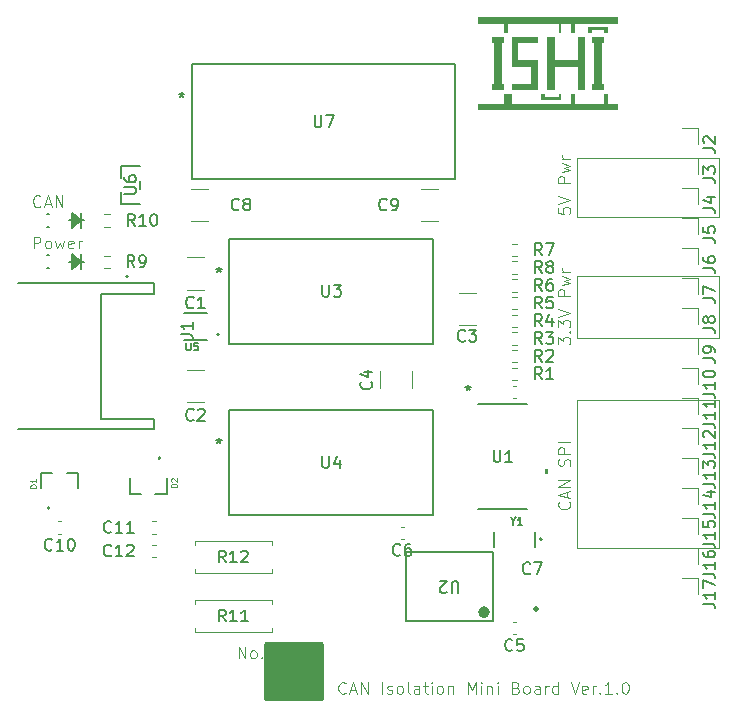
<source format=gto>
%TF.GenerationSoftware,KiCad,Pcbnew,9.0.4*%
%TF.CreationDate,2025-09-15T14:00:42+09:00*%
%TF.ProjectId,CAN_Isolation_mini,43414e5f-4973-46f6-9c61-74696f6e5f6d,Ver.1.0*%
%TF.SameCoordinates,Original*%
%TF.FileFunction,Legend,Top*%
%TF.FilePolarity,Positive*%
%FSLAX46Y46*%
G04 Gerber Fmt 4.6, Leading zero omitted, Abs format (unit mm)*
G04 Created by KiCad (PCBNEW 9.0.4) date 2025-09-15 14:00:42*
%MOMM*%
%LPD*%
G01*
G04 APERTURE LIST*
%ADD10C,0.100000*%
%ADD11C,0.150000*%
%ADD12C,0.120000*%
%ADD13C,0.500000*%
%ADD14C,0.250000*%
%ADD15C,0.000000*%
%ADD16C,0.127000*%
%ADD17C,0.200000*%
%ADD18C,0.152400*%
G04 APERTURE END LIST*
D10*
X136000000Y-90500000D02*
X148000000Y-90500000D01*
X148000000Y-95740000D01*
X136000000Y-95740000D01*
X136000000Y-90500000D01*
X136000000Y-101000000D02*
X148000000Y-101000000D01*
X148000000Y-113500000D01*
X136000000Y-113500000D01*
X136000000Y-101000000D01*
X136000000Y-80500000D02*
X148000000Y-80500000D01*
X148000000Y-85500000D01*
X136000000Y-85500000D01*
X136000000Y-80500000D01*
X135277180Y-109624687D02*
X135324800Y-109672306D01*
X135324800Y-109672306D02*
X135372419Y-109815163D01*
X135372419Y-109815163D02*
X135372419Y-109910401D01*
X135372419Y-109910401D02*
X135324800Y-110053258D01*
X135324800Y-110053258D02*
X135229561Y-110148496D01*
X135229561Y-110148496D02*
X135134323Y-110196115D01*
X135134323Y-110196115D02*
X134943847Y-110243734D01*
X134943847Y-110243734D02*
X134800990Y-110243734D01*
X134800990Y-110243734D02*
X134610514Y-110196115D01*
X134610514Y-110196115D02*
X134515276Y-110148496D01*
X134515276Y-110148496D02*
X134420038Y-110053258D01*
X134420038Y-110053258D02*
X134372419Y-109910401D01*
X134372419Y-109910401D02*
X134372419Y-109815163D01*
X134372419Y-109815163D02*
X134420038Y-109672306D01*
X134420038Y-109672306D02*
X134467657Y-109624687D01*
X135086704Y-109243734D02*
X135086704Y-108767544D01*
X135372419Y-109338972D02*
X134372419Y-109005639D01*
X134372419Y-109005639D02*
X135372419Y-108672306D01*
X135372419Y-108338972D02*
X134372419Y-108338972D01*
X134372419Y-108338972D02*
X135372419Y-107767544D01*
X135372419Y-107767544D02*
X134372419Y-107767544D01*
X135324800Y-106577067D02*
X135372419Y-106434210D01*
X135372419Y-106434210D02*
X135372419Y-106196115D01*
X135372419Y-106196115D02*
X135324800Y-106100877D01*
X135324800Y-106100877D02*
X135277180Y-106053258D01*
X135277180Y-106053258D02*
X135181942Y-106005639D01*
X135181942Y-106005639D02*
X135086704Y-106005639D01*
X135086704Y-106005639D02*
X134991466Y-106053258D01*
X134991466Y-106053258D02*
X134943847Y-106100877D01*
X134943847Y-106100877D02*
X134896228Y-106196115D01*
X134896228Y-106196115D02*
X134848609Y-106386591D01*
X134848609Y-106386591D02*
X134800990Y-106481829D01*
X134800990Y-106481829D02*
X134753371Y-106529448D01*
X134753371Y-106529448D02*
X134658133Y-106577067D01*
X134658133Y-106577067D02*
X134562895Y-106577067D01*
X134562895Y-106577067D02*
X134467657Y-106529448D01*
X134467657Y-106529448D02*
X134420038Y-106481829D01*
X134420038Y-106481829D02*
X134372419Y-106386591D01*
X134372419Y-106386591D02*
X134372419Y-106148496D01*
X134372419Y-106148496D02*
X134420038Y-106005639D01*
X135372419Y-105577067D02*
X134372419Y-105577067D01*
X134372419Y-105577067D02*
X134372419Y-105196115D01*
X134372419Y-105196115D02*
X134420038Y-105100877D01*
X134420038Y-105100877D02*
X134467657Y-105053258D01*
X134467657Y-105053258D02*
X134562895Y-105005639D01*
X134562895Y-105005639D02*
X134705752Y-105005639D01*
X134705752Y-105005639D02*
X134800990Y-105053258D01*
X134800990Y-105053258D02*
X134848609Y-105100877D01*
X134848609Y-105100877D02*
X134896228Y-105196115D01*
X134896228Y-105196115D02*
X134896228Y-105577067D01*
X135372419Y-104577067D02*
X134372419Y-104577067D01*
X107303884Y-122872419D02*
X107303884Y-121872419D01*
X107303884Y-121872419D02*
X107875312Y-122872419D01*
X107875312Y-122872419D02*
X107875312Y-121872419D01*
X108494360Y-122872419D02*
X108399122Y-122824800D01*
X108399122Y-122824800D02*
X108351503Y-122777180D01*
X108351503Y-122777180D02*
X108303884Y-122681942D01*
X108303884Y-122681942D02*
X108303884Y-122396228D01*
X108303884Y-122396228D02*
X108351503Y-122300990D01*
X108351503Y-122300990D02*
X108399122Y-122253371D01*
X108399122Y-122253371D02*
X108494360Y-122205752D01*
X108494360Y-122205752D02*
X108637217Y-122205752D01*
X108637217Y-122205752D02*
X108732455Y-122253371D01*
X108732455Y-122253371D02*
X108780074Y-122300990D01*
X108780074Y-122300990D02*
X108827693Y-122396228D01*
X108827693Y-122396228D02*
X108827693Y-122681942D01*
X108827693Y-122681942D02*
X108780074Y-122777180D01*
X108780074Y-122777180D02*
X108732455Y-122824800D01*
X108732455Y-122824800D02*
X108637217Y-122872419D01*
X108637217Y-122872419D02*
X108494360Y-122872419D01*
X109256265Y-122777180D02*
X109303884Y-122824800D01*
X109303884Y-122824800D02*
X109256265Y-122872419D01*
X109256265Y-122872419D02*
X109208646Y-122824800D01*
X109208646Y-122824800D02*
X109256265Y-122777180D01*
X109256265Y-122777180D02*
X109256265Y-122872419D01*
X116375312Y-125777180D02*
X116327693Y-125824800D01*
X116327693Y-125824800D02*
X116184836Y-125872419D01*
X116184836Y-125872419D02*
X116089598Y-125872419D01*
X116089598Y-125872419D02*
X115946741Y-125824800D01*
X115946741Y-125824800D02*
X115851503Y-125729561D01*
X115851503Y-125729561D02*
X115803884Y-125634323D01*
X115803884Y-125634323D02*
X115756265Y-125443847D01*
X115756265Y-125443847D02*
X115756265Y-125300990D01*
X115756265Y-125300990D02*
X115803884Y-125110514D01*
X115803884Y-125110514D02*
X115851503Y-125015276D01*
X115851503Y-125015276D02*
X115946741Y-124920038D01*
X115946741Y-124920038D02*
X116089598Y-124872419D01*
X116089598Y-124872419D02*
X116184836Y-124872419D01*
X116184836Y-124872419D02*
X116327693Y-124920038D01*
X116327693Y-124920038D02*
X116375312Y-124967657D01*
X116756265Y-125586704D02*
X117232455Y-125586704D01*
X116661027Y-125872419D02*
X116994360Y-124872419D01*
X116994360Y-124872419D02*
X117327693Y-125872419D01*
X117661027Y-125872419D02*
X117661027Y-124872419D01*
X117661027Y-124872419D02*
X118232455Y-125872419D01*
X118232455Y-125872419D02*
X118232455Y-124872419D01*
X119470551Y-125872419D02*
X119470551Y-124872419D01*
X119899122Y-125824800D02*
X119994360Y-125872419D01*
X119994360Y-125872419D02*
X120184836Y-125872419D01*
X120184836Y-125872419D02*
X120280074Y-125824800D01*
X120280074Y-125824800D02*
X120327693Y-125729561D01*
X120327693Y-125729561D02*
X120327693Y-125681942D01*
X120327693Y-125681942D02*
X120280074Y-125586704D01*
X120280074Y-125586704D02*
X120184836Y-125539085D01*
X120184836Y-125539085D02*
X120041979Y-125539085D01*
X120041979Y-125539085D02*
X119946741Y-125491466D01*
X119946741Y-125491466D02*
X119899122Y-125396228D01*
X119899122Y-125396228D02*
X119899122Y-125348609D01*
X119899122Y-125348609D02*
X119946741Y-125253371D01*
X119946741Y-125253371D02*
X120041979Y-125205752D01*
X120041979Y-125205752D02*
X120184836Y-125205752D01*
X120184836Y-125205752D02*
X120280074Y-125253371D01*
X120899122Y-125872419D02*
X120803884Y-125824800D01*
X120803884Y-125824800D02*
X120756265Y-125777180D01*
X120756265Y-125777180D02*
X120708646Y-125681942D01*
X120708646Y-125681942D02*
X120708646Y-125396228D01*
X120708646Y-125396228D02*
X120756265Y-125300990D01*
X120756265Y-125300990D02*
X120803884Y-125253371D01*
X120803884Y-125253371D02*
X120899122Y-125205752D01*
X120899122Y-125205752D02*
X121041979Y-125205752D01*
X121041979Y-125205752D02*
X121137217Y-125253371D01*
X121137217Y-125253371D02*
X121184836Y-125300990D01*
X121184836Y-125300990D02*
X121232455Y-125396228D01*
X121232455Y-125396228D02*
X121232455Y-125681942D01*
X121232455Y-125681942D02*
X121184836Y-125777180D01*
X121184836Y-125777180D02*
X121137217Y-125824800D01*
X121137217Y-125824800D02*
X121041979Y-125872419D01*
X121041979Y-125872419D02*
X120899122Y-125872419D01*
X121803884Y-125872419D02*
X121708646Y-125824800D01*
X121708646Y-125824800D02*
X121661027Y-125729561D01*
X121661027Y-125729561D02*
X121661027Y-124872419D01*
X122613408Y-125872419D02*
X122613408Y-125348609D01*
X122613408Y-125348609D02*
X122565789Y-125253371D01*
X122565789Y-125253371D02*
X122470551Y-125205752D01*
X122470551Y-125205752D02*
X122280075Y-125205752D01*
X122280075Y-125205752D02*
X122184837Y-125253371D01*
X122613408Y-125824800D02*
X122518170Y-125872419D01*
X122518170Y-125872419D02*
X122280075Y-125872419D01*
X122280075Y-125872419D02*
X122184837Y-125824800D01*
X122184837Y-125824800D02*
X122137218Y-125729561D01*
X122137218Y-125729561D02*
X122137218Y-125634323D01*
X122137218Y-125634323D02*
X122184837Y-125539085D01*
X122184837Y-125539085D02*
X122280075Y-125491466D01*
X122280075Y-125491466D02*
X122518170Y-125491466D01*
X122518170Y-125491466D02*
X122613408Y-125443847D01*
X122946742Y-125205752D02*
X123327694Y-125205752D01*
X123089599Y-124872419D02*
X123089599Y-125729561D01*
X123089599Y-125729561D02*
X123137218Y-125824800D01*
X123137218Y-125824800D02*
X123232456Y-125872419D01*
X123232456Y-125872419D02*
X123327694Y-125872419D01*
X123661028Y-125872419D02*
X123661028Y-125205752D01*
X123661028Y-124872419D02*
X123613409Y-124920038D01*
X123613409Y-124920038D02*
X123661028Y-124967657D01*
X123661028Y-124967657D02*
X123708647Y-124920038D01*
X123708647Y-124920038D02*
X123661028Y-124872419D01*
X123661028Y-124872419D02*
X123661028Y-124967657D01*
X124280075Y-125872419D02*
X124184837Y-125824800D01*
X124184837Y-125824800D02*
X124137218Y-125777180D01*
X124137218Y-125777180D02*
X124089599Y-125681942D01*
X124089599Y-125681942D02*
X124089599Y-125396228D01*
X124089599Y-125396228D02*
X124137218Y-125300990D01*
X124137218Y-125300990D02*
X124184837Y-125253371D01*
X124184837Y-125253371D02*
X124280075Y-125205752D01*
X124280075Y-125205752D02*
X124422932Y-125205752D01*
X124422932Y-125205752D02*
X124518170Y-125253371D01*
X124518170Y-125253371D02*
X124565789Y-125300990D01*
X124565789Y-125300990D02*
X124613408Y-125396228D01*
X124613408Y-125396228D02*
X124613408Y-125681942D01*
X124613408Y-125681942D02*
X124565789Y-125777180D01*
X124565789Y-125777180D02*
X124518170Y-125824800D01*
X124518170Y-125824800D02*
X124422932Y-125872419D01*
X124422932Y-125872419D02*
X124280075Y-125872419D01*
X125041980Y-125205752D02*
X125041980Y-125872419D01*
X125041980Y-125300990D02*
X125089599Y-125253371D01*
X125089599Y-125253371D02*
X125184837Y-125205752D01*
X125184837Y-125205752D02*
X125327694Y-125205752D01*
X125327694Y-125205752D02*
X125422932Y-125253371D01*
X125422932Y-125253371D02*
X125470551Y-125348609D01*
X125470551Y-125348609D02*
X125470551Y-125872419D01*
X126708647Y-125872419D02*
X126708647Y-124872419D01*
X126708647Y-124872419D02*
X127041980Y-125586704D01*
X127041980Y-125586704D02*
X127375313Y-124872419D01*
X127375313Y-124872419D02*
X127375313Y-125872419D01*
X127851504Y-125872419D02*
X127851504Y-125205752D01*
X127851504Y-124872419D02*
X127803885Y-124920038D01*
X127803885Y-124920038D02*
X127851504Y-124967657D01*
X127851504Y-124967657D02*
X127899123Y-124920038D01*
X127899123Y-124920038D02*
X127851504Y-124872419D01*
X127851504Y-124872419D02*
X127851504Y-124967657D01*
X128327694Y-125205752D02*
X128327694Y-125872419D01*
X128327694Y-125300990D02*
X128375313Y-125253371D01*
X128375313Y-125253371D02*
X128470551Y-125205752D01*
X128470551Y-125205752D02*
X128613408Y-125205752D01*
X128613408Y-125205752D02*
X128708646Y-125253371D01*
X128708646Y-125253371D02*
X128756265Y-125348609D01*
X128756265Y-125348609D02*
X128756265Y-125872419D01*
X129232456Y-125872419D02*
X129232456Y-125205752D01*
X129232456Y-124872419D02*
X129184837Y-124920038D01*
X129184837Y-124920038D02*
X129232456Y-124967657D01*
X129232456Y-124967657D02*
X129280075Y-124920038D01*
X129280075Y-124920038D02*
X129232456Y-124872419D01*
X129232456Y-124872419D02*
X129232456Y-124967657D01*
X130803884Y-125348609D02*
X130946741Y-125396228D01*
X130946741Y-125396228D02*
X130994360Y-125443847D01*
X130994360Y-125443847D02*
X131041979Y-125539085D01*
X131041979Y-125539085D02*
X131041979Y-125681942D01*
X131041979Y-125681942D02*
X130994360Y-125777180D01*
X130994360Y-125777180D02*
X130946741Y-125824800D01*
X130946741Y-125824800D02*
X130851503Y-125872419D01*
X130851503Y-125872419D02*
X130470551Y-125872419D01*
X130470551Y-125872419D02*
X130470551Y-124872419D01*
X130470551Y-124872419D02*
X130803884Y-124872419D01*
X130803884Y-124872419D02*
X130899122Y-124920038D01*
X130899122Y-124920038D02*
X130946741Y-124967657D01*
X130946741Y-124967657D02*
X130994360Y-125062895D01*
X130994360Y-125062895D02*
X130994360Y-125158133D01*
X130994360Y-125158133D02*
X130946741Y-125253371D01*
X130946741Y-125253371D02*
X130899122Y-125300990D01*
X130899122Y-125300990D02*
X130803884Y-125348609D01*
X130803884Y-125348609D02*
X130470551Y-125348609D01*
X131613408Y-125872419D02*
X131518170Y-125824800D01*
X131518170Y-125824800D02*
X131470551Y-125777180D01*
X131470551Y-125777180D02*
X131422932Y-125681942D01*
X131422932Y-125681942D02*
X131422932Y-125396228D01*
X131422932Y-125396228D02*
X131470551Y-125300990D01*
X131470551Y-125300990D02*
X131518170Y-125253371D01*
X131518170Y-125253371D02*
X131613408Y-125205752D01*
X131613408Y-125205752D02*
X131756265Y-125205752D01*
X131756265Y-125205752D02*
X131851503Y-125253371D01*
X131851503Y-125253371D02*
X131899122Y-125300990D01*
X131899122Y-125300990D02*
X131946741Y-125396228D01*
X131946741Y-125396228D02*
X131946741Y-125681942D01*
X131946741Y-125681942D02*
X131899122Y-125777180D01*
X131899122Y-125777180D02*
X131851503Y-125824800D01*
X131851503Y-125824800D02*
X131756265Y-125872419D01*
X131756265Y-125872419D02*
X131613408Y-125872419D01*
X132803884Y-125872419D02*
X132803884Y-125348609D01*
X132803884Y-125348609D02*
X132756265Y-125253371D01*
X132756265Y-125253371D02*
X132661027Y-125205752D01*
X132661027Y-125205752D02*
X132470551Y-125205752D01*
X132470551Y-125205752D02*
X132375313Y-125253371D01*
X132803884Y-125824800D02*
X132708646Y-125872419D01*
X132708646Y-125872419D02*
X132470551Y-125872419D01*
X132470551Y-125872419D02*
X132375313Y-125824800D01*
X132375313Y-125824800D02*
X132327694Y-125729561D01*
X132327694Y-125729561D02*
X132327694Y-125634323D01*
X132327694Y-125634323D02*
X132375313Y-125539085D01*
X132375313Y-125539085D02*
X132470551Y-125491466D01*
X132470551Y-125491466D02*
X132708646Y-125491466D01*
X132708646Y-125491466D02*
X132803884Y-125443847D01*
X133280075Y-125872419D02*
X133280075Y-125205752D01*
X133280075Y-125396228D02*
X133327694Y-125300990D01*
X133327694Y-125300990D02*
X133375313Y-125253371D01*
X133375313Y-125253371D02*
X133470551Y-125205752D01*
X133470551Y-125205752D02*
X133565789Y-125205752D01*
X134327694Y-125872419D02*
X134327694Y-124872419D01*
X134327694Y-125824800D02*
X134232456Y-125872419D01*
X134232456Y-125872419D02*
X134041980Y-125872419D01*
X134041980Y-125872419D02*
X133946742Y-125824800D01*
X133946742Y-125824800D02*
X133899123Y-125777180D01*
X133899123Y-125777180D02*
X133851504Y-125681942D01*
X133851504Y-125681942D02*
X133851504Y-125396228D01*
X133851504Y-125396228D02*
X133899123Y-125300990D01*
X133899123Y-125300990D02*
X133946742Y-125253371D01*
X133946742Y-125253371D02*
X134041980Y-125205752D01*
X134041980Y-125205752D02*
X134232456Y-125205752D01*
X134232456Y-125205752D02*
X134327694Y-125253371D01*
X135422933Y-124872419D02*
X135756266Y-125872419D01*
X135756266Y-125872419D02*
X136089599Y-124872419D01*
X136803885Y-125824800D02*
X136708647Y-125872419D01*
X136708647Y-125872419D02*
X136518171Y-125872419D01*
X136518171Y-125872419D02*
X136422933Y-125824800D01*
X136422933Y-125824800D02*
X136375314Y-125729561D01*
X136375314Y-125729561D02*
X136375314Y-125348609D01*
X136375314Y-125348609D02*
X136422933Y-125253371D01*
X136422933Y-125253371D02*
X136518171Y-125205752D01*
X136518171Y-125205752D02*
X136708647Y-125205752D01*
X136708647Y-125205752D02*
X136803885Y-125253371D01*
X136803885Y-125253371D02*
X136851504Y-125348609D01*
X136851504Y-125348609D02*
X136851504Y-125443847D01*
X136851504Y-125443847D02*
X136375314Y-125539085D01*
X137280076Y-125872419D02*
X137280076Y-125205752D01*
X137280076Y-125396228D02*
X137327695Y-125300990D01*
X137327695Y-125300990D02*
X137375314Y-125253371D01*
X137375314Y-125253371D02*
X137470552Y-125205752D01*
X137470552Y-125205752D02*
X137565790Y-125205752D01*
X137899124Y-125777180D02*
X137946743Y-125824800D01*
X137946743Y-125824800D02*
X137899124Y-125872419D01*
X137899124Y-125872419D02*
X137851505Y-125824800D01*
X137851505Y-125824800D02*
X137899124Y-125777180D01*
X137899124Y-125777180D02*
X137899124Y-125872419D01*
X138899123Y-125872419D02*
X138327695Y-125872419D01*
X138613409Y-125872419D02*
X138613409Y-124872419D01*
X138613409Y-124872419D02*
X138518171Y-125015276D01*
X138518171Y-125015276D02*
X138422933Y-125110514D01*
X138422933Y-125110514D02*
X138327695Y-125158133D01*
X139327695Y-125777180D02*
X139375314Y-125824800D01*
X139375314Y-125824800D02*
X139327695Y-125872419D01*
X139327695Y-125872419D02*
X139280076Y-125824800D01*
X139280076Y-125824800D02*
X139327695Y-125777180D01*
X139327695Y-125777180D02*
X139327695Y-125872419D01*
X139994361Y-124872419D02*
X140089599Y-124872419D01*
X140089599Y-124872419D02*
X140184837Y-124920038D01*
X140184837Y-124920038D02*
X140232456Y-124967657D01*
X140232456Y-124967657D02*
X140280075Y-125062895D01*
X140280075Y-125062895D02*
X140327694Y-125253371D01*
X140327694Y-125253371D02*
X140327694Y-125491466D01*
X140327694Y-125491466D02*
X140280075Y-125681942D01*
X140280075Y-125681942D02*
X140232456Y-125777180D01*
X140232456Y-125777180D02*
X140184837Y-125824800D01*
X140184837Y-125824800D02*
X140089599Y-125872419D01*
X140089599Y-125872419D02*
X139994361Y-125872419D01*
X139994361Y-125872419D02*
X139899123Y-125824800D01*
X139899123Y-125824800D02*
X139851504Y-125777180D01*
X139851504Y-125777180D02*
X139803885Y-125681942D01*
X139803885Y-125681942D02*
X139756266Y-125491466D01*
X139756266Y-125491466D02*
X139756266Y-125253371D01*
X139756266Y-125253371D02*
X139803885Y-125062895D01*
X139803885Y-125062895D02*
X139851504Y-124967657D01*
X139851504Y-124967657D02*
X139899123Y-124920038D01*
X139899123Y-124920038D02*
X139994361Y-124872419D01*
X134372419Y-96291353D02*
X134372419Y-95672306D01*
X134372419Y-95672306D02*
X134753371Y-96005639D01*
X134753371Y-96005639D02*
X134753371Y-95862782D01*
X134753371Y-95862782D02*
X134800990Y-95767544D01*
X134800990Y-95767544D02*
X134848609Y-95719925D01*
X134848609Y-95719925D02*
X134943847Y-95672306D01*
X134943847Y-95672306D02*
X135181942Y-95672306D01*
X135181942Y-95672306D02*
X135277180Y-95719925D01*
X135277180Y-95719925D02*
X135324800Y-95767544D01*
X135324800Y-95767544D02*
X135372419Y-95862782D01*
X135372419Y-95862782D02*
X135372419Y-96148496D01*
X135372419Y-96148496D02*
X135324800Y-96243734D01*
X135324800Y-96243734D02*
X135277180Y-96291353D01*
X135277180Y-95243734D02*
X135324800Y-95196115D01*
X135324800Y-95196115D02*
X135372419Y-95243734D01*
X135372419Y-95243734D02*
X135324800Y-95291353D01*
X135324800Y-95291353D02*
X135277180Y-95243734D01*
X135277180Y-95243734D02*
X135372419Y-95243734D01*
X134372419Y-94862782D02*
X134372419Y-94243735D01*
X134372419Y-94243735D02*
X134753371Y-94577068D01*
X134753371Y-94577068D02*
X134753371Y-94434211D01*
X134753371Y-94434211D02*
X134800990Y-94338973D01*
X134800990Y-94338973D02*
X134848609Y-94291354D01*
X134848609Y-94291354D02*
X134943847Y-94243735D01*
X134943847Y-94243735D02*
X135181942Y-94243735D01*
X135181942Y-94243735D02*
X135277180Y-94291354D01*
X135277180Y-94291354D02*
X135324800Y-94338973D01*
X135324800Y-94338973D02*
X135372419Y-94434211D01*
X135372419Y-94434211D02*
X135372419Y-94719925D01*
X135372419Y-94719925D02*
X135324800Y-94815163D01*
X135324800Y-94815163D02*
X135277180Y-94862782D01*
X134372419Y-93958020D02*
X135372419Y-93624687D01*
X135372419Y-93624687D02*
X134372419Y-93291354D01*
X135372419Y-92196115D02*
X134372419Y-92196115D01*
X134372419Y-92196115D02*
X134372419Y-91815163D01*
X134372419Y-91815163D02*
X134420038Y-91719925D01*
X134420038Y-91719925D02*
X134467657Y-91672306D01*
X134467657Y-91672306D02*
X134562895Y-91624687D01*
X134562895Y-91624687D02*
X134705752Y-91624687D01*
X134705752Y-91624687D02*
X134800990Y-91672306D01*
X134800990Y-91672306D02*
X134848609Y-91719925D01*
X134848609Y-91719925D02*
X134896228Y-91815163D01*
X134896228Y-91815163D02*
X134896228Y-92196115D01*
X134705752Y-91291353D02*
X135372419Y-91100877D01*
X135372419Y-91100877D02*
X134896228Y-90910401D01*
X134896228Y-90910401D02*
X135372419Y-90719925D01*
X135372419Y-90719925D02*
X134705752Y-90529449D01*
X135372419Y-90148496D02*
X134705752Y-90148496D01*
X134896228Y-90148496D02*
X134800990Y-90100877D01*
X134800990Y-90100877D02*
X134753371Y-90053258D01*
X134753371Y-90053258D02*
X134705752Y-89958020D01*
X134705752Y-89958020D02*
X134705752Y-89862782D01*
X90532407Y-84572085D02*
X90484788Y-84619705D01*
X90484788Y-84619705D02*
X90341931Y-84667324D01*
X90341931Y-84667324D02*
X90246693Y-84667324D01*
X90246693Y-84667324D02*
X90103836Y-84619705D01*
X90103836Y-84619705D02*
X90008598Y-84524466D01*
X90008598Y-84524466D02*
X89960979Y-84429228D01*
X89960979Y-84429228D02*
X89913360Y-84238752D01*
X89913360Y-84238752D02*
X89913360Y-84095895D01*
X89913360Y-84095895D02*
X89960979Y-83905419D01*
X89960979Y-83905419D02*
X90008598Y-83810181D01*
X90008598Y-83810181D02*
X90103836Y-83714943D01*
X90103836Y-83714943D02*
X90246693Y-83667324D01*
X90246693Y-83667324D02*
X90341931Y-83667324D01*
X90341931Y-83667324D02*
X90484788Y-83714943D01*
X90484788Y-83714943D02*
X90532407Y-83762562D01*
X90913360Y-84381609D02*
X91389550Y-84381609D01*
X90818122Y-84667324D02*
X91151455Y-83667324D01*
X91151455Y-83667324D02*
X91484788Y-84667324D01*
X91818122Y-84667324D02*
X91818122Y-83667324D01*
X91818122Y-83667324D02*
X92389550Y-84667324D01*
X92389550Y-84667324D02*
X92389550Y-83667324D01*
X89960979Y-88167324D02*
X89960979Y-87167324D01*
X89960979Y-87167324D02*
X90341931Y-87167324D01*
X90341931Y-87167324D02*
X90437169Y-87214943D01*
X90437169Y-87214943D02*
X90484788Y-87262562D01*
X90484788Y-87262562D02*
X90532407Y-87357800D01*
X90532407Y-87357800D02*
X90532407Y-87500657D01*
X90532407Y-87500657D02*
X90484788Y-87595895D01*
X90484788Y-87595895D02*
X90437169Y-87643514D01*
X90437169Y-87643514D02*
X90341931Y-87691133D01*
X90341931Y-87691133D02*
X89960979Y-87691133D01*
X91103836Y-88167324D02*
X91008598Y-88119705D01*
X91008598Y-88119705D02*
X90960979Y-88072085D01*
X90960979Y-88072085D02*
X90913360Y-87976847D01*
X90913360Y-87976847D02*
X90913360Y-87691133D01*
X90913360Y-87691133D02*
X90960979Y-87595895D01*
X90960979Y-87595895D02*
X91008598Y-87548276D01*
X91008598Y-87548276D02*
X91103836Y-87500657D01*
X91103836Y-87500657D02*
X91246693Y-87500657D01*
X91246693Y-87500657D02*
X91341931Y-87548276D01*
X91341931Y-87548276D02*
X91389550Y-87595895D01*
X91389550Y-87595895D02*
X91437169Y-87691133D01*
X91437169Y-87691133D02*
X91437169Y-87976847D01*
X91437169Y-87976847D02*
X91389550Y-88072085D01*
X91389550Y-88072085D02*
X91341931Y-88119705D01*
X91341931Y-88119705D02*
X91246693Y-88167324D01*
X91246693Y-88167324D02*
X91103836Y-88167324D01*
X91770503Y-87500657D02*
X91960979Y-88167324D01*
X91960979Y-88167324D02*
X92151455Y-87691133D01*
X92151455Y-87691133D02*
X92341931Y-88167324D01*
X92341931Y-88167324D02*
X92532407Y-87500657D01*
X93294312Y-88119705D02*
X93199074Y-88167324D01*
X93199074Y-88167324D02*
X93008598Y-88167324D01*
X93008598Y-88167324D02*
X92913360Y-88119705D01*
X92913360Y-88119705D02*
X92865741Y-88024466D01*
X92865741Y-88024466D02*
X92865741Y-87643514D01*
X92865741Y-87643514D02*
X92913360Y-87548276D01*
X92913360Y-87548276D02*
X93008598Y-87500657D01*
X93008598Y-87500657D02*
X93199074Y-87500657D01*
X93199074Y-87500657D02*
X93294312Y-87548276D01*
X93294312Y-87548276D02*
X93341931Y-87643514D01*
X93341931Y-87643514D02*
X93341931Y-87738752D01*
X93341931Y-87738752D02*
X92865741Y-87833990D01*
X93770503Y-88167324D02*
X93770503Y-87500657D01*
X93770503Y-87691133D02*
X93818122Y-87595895D01*
X93818122Y-87595895D02*
X93865741Y-87548276D01*
X93865741Y-87548276D02*
X93960979Y-87500657D01*
X93960979Y-87500657D02*
X94056217Y-87500657D01*
X134372419Y-84719925D02*
X134372419Y-85196115D01*
X134372419Y-85196115D02*
X134848609Y-85243734D01*
X134848609Y-85243734D02*
X134800990Y-85196115D01*
X134800990Y-85196115D02*
X134753371Y-85100877D01*
X134753371Y-85100877D02*
X134753371Y-84862782D01*
X134753371Y-84862782D02*
X134800990Y-84767544D01*
X134800990Y-84767544D02*
X134848609Y-84719925D01*
X134848609Y-84719925D02*
X134943847Y-84672306D01*
X134943847Y-84672306D02*
X135181942Y-84672306D01*
X135181942Y-84672306D02*
X135277180Y-84719925D01*
X135277180Y-84719925D02*
X135324800Y-84767544D01*
X135324800Y-84767544D02*
X135372419Y-84862782D01*
X135372419Y-84862782D02*
X135372419Y-85100877D01*
X135372419Y-85100877D02*
X135324800Y-85196115D01*
X135324800Y-85196115D02*
X135277180Y-85243734D01*
X134372419Y-84386591D02*
X135372419Y-84053258D01*
X135372419Y-84053258D02*
X134372419Y-83719925D01*
X135372419Y-82624686D02*
X134372419Y-82624686D01*
X134372419Y-82624686D02*
X134372419Y-82243734D01*
X134372419Y-82243734D02*
X134420038Y-82148496D01*
X134420038Y-82148496D02*
X134467657Y-82100877D01*
X134467657Y-82100877D02*
X134562895Y-82053258D01*
X134562895Y-82053258D02*
X134705752Y-82053258D01*
X134705752Y-82053258D02*
X134800990Y-82100877D01*
X134800990Y-82100877D02*
X134848609Y-82148496D01*
X134848609Y-82148496D02*
X134896228Y-82243734D01*
X134896228Y-82243734D02*
X134896228Y-82624686D01*
X134705752Y-81719924D02*
X135372419Y-81529448D01*
X135372419Y-81529448D02*
X134896228Y-81338972D01*
X134896228Y-81338972D02*
X135372419Y-81148496D01*
X135372419Y-81148496D02*
X134705752Y-80958020D01*
X135372419Y-80577067D02*
X134705752Y-80577067D01*
X134896228Y-80577067D02*
X134800990Y-80529448D01*
X134800990Y-80529448D02*
X134753371Y-80481829D01*
X134753371Y-80481829D02*
X134705752Y-80386591D01*
X134705752Y-80386591D02*
X134705752Y-80291353D01*
D11*
X131990428Y-115654485D02*
X131942809Y-115702105D01*
X131942809Y-115702105D02*
X131799952Y-115749724D01*
X131799952Y-115749724D02*
X131704714Y-115749724D01*
X131704714Y-115749724D02*
X131561857Y-115702105D01*
X131561857Y-115702105D02*
X131466619Y-115606866D01*
X131466619Y-115606866D02*
X131419000Y-115511628D01*
X131419000Y-115511628D02*
X131371381Y-115321152D01*
X131371381Y-115321152D02*
X131371381Y-115178295D01*
X131371381Y-115178295D02*
X131419000Y-114987819D01*
X131419000Y-114987819D02*
X131466619Y-114892581D01*
X131466619Y-114892581D02*
X131561857Y-114797343D01*
X131561857Y-114797343D02*
X131704714Y-114749724D01*
X131704714Y-114749724D02*
X131799952Y-114749724D01*
X131799952Y-114749724D02*
X131942809Y-114797343D01*
X131942809Y-114797343D02*
X131990428Y-114844962D01*
X132323762Y-114749724D02*
X132990428Y-114749724D01*
X132990428Y-114749724D02*
X132561857Y-115749724D01*
X98490428Y-89749724D02*
X98157095Y-89273533D01*
X97919000Y-89749724D02*
X97919000Y-88749724D01*
X97919000Y-88749724D02*
X98299952Y-88749724D01*
X98299952Y-88749724D02*
X98395190Y-88797343D01*
X98395190Y-88797343D02*
X98442809Y-88844962D01*
X98442809Y-88844962D02*
X98490428Y-88940200D01*
X98490428Y-88940200D02*
X98490428Y-89083057D01*
X98490428Y-89083057D02*
X98442809Y-89178295D01*
X98442809Y-89178295D02*
X98395190Y-89225914D01*
X98395190Y-89225914D02*
X98299952Y-89273533D01*
X98299952Y-89273533D02*
X97919000Y-89273533D01*
X98966619Y-89749724D02*
X99157095Y-89749724D01*
X99157095Y-89749724D02*
X99252333Y-89702105D01*
X99252333Y-89702105D02*
X99299952Y-89654485D01*
X99299952Y-89654485D02*
X99395190Y-89511628D01*
X99395190Y-89511628D02*
X99442809Y-89321152D01*
X99442809Y-89321152D02*
X99442809Y-88940200D01*
X99442809Y-88940200D02*
X99395190Y-88844962D01*
X99395190Y-88844962D02*
X99347571Y-88797343D01*
X99347571Y-88797343D02*
X99252333Y-88749724D01*
X99252333Y-88749724D02*
X99061857Y-88749724D01*
X99061857Y-88749724D02*
X98966619Y-88797343D01*
X98966619Y-88797343D02*
X98919000Y-88844962D01*
X98919000Y-88844962D02*
X98871381Y-88940200D01*
X98871381Y-88940200D02*
X98871381Y-89178295D01*
X98871381Y-89178295D02*
X98919000Y-89273533D01*
X98919000Y-89273533D02*
X98966619Y-89321152D01*
X98966619Y-89321152D02*
X99061857Y-89368771D01*
X99061857Y-89368771D02*
X99252333Y-89368771D01*
X99252333Y-89368771D02*
X99347571Y-89321152D01*
X99347571Y-89321152D02*
X99395190Y-89273533D01*
X99395190Y-89273533D02*
X99442809Y-89178295D01*
X125918999Y-117340085D02*
X125918999Y-116530562D01*
X125918999Y-116530562D02*
X125871380Y-116435324D01*
X125871380Y-116435324D02*
X125823761Y-116387705D01*
X125823761Y-116387705D02*
X125728523Y-116340085D01*
X125728523Y-116340085D02*
X125538047Y-116340085D01*
X125538047Y-116340085D02*
X125442809Y-116387705D01*
X125442809Y-116387705D02*
X125395190Y-116435324D01*
X125395190Y-116435324D02*
X125347571Y-116530562D01*
X125347571Y-116530562D02*
X125347571Y-117340085D01*
X124918999Y-117244847D02*
X124871380Y-117292466D01*
X124871380Y-117292466D02*
X124776142Y-117340085D01*
X124776142Y-117340085D02*
X124538047Y-117340085D01*
X124538047Y-117340085D02*
X124442809Y-117292466D01*
X124442809Y-117292466D02*
X124395190Y-117244847D01*
X124395190Y-117244847D02*
X124347571Y-117149609D01*
X124347571Y-117149609D02*
X124347571Y-117054371D01*
X124347571Y-117054371D02*
X124395190Y-116911514D01*
X124395190Y-116911514D02*
X124966618Y-116340085D01*
X124966618Y-116340085D02*
X124347571Y-116340085D01*
X146644819Y-89833333D02*
X147359104Y-89833333D01*
X147359104Y-89833333D02*
X147501961Y-89880952D01*
X147501961Y-89880952D02*
X147597200Y-89976190D01*
X147597200Y-89976190D02*
X147644819Y-90119047D01*
X147644819Y-90119047D02*
X147644819Y-90214285D01*
X146644819Y-88928571D02*
X146644819Y-89119047D01*
X146644819Y-89119047D02*
X146692438Y-89214285D01*
X146692438Y-89214285D02*
X146740057Y-89261904D01*
X146740057Y-89261904D02*
X146882914Y-89357142D01*
X146882914Y-89357142D02*
X147073390Y-89404761D01*
X147073390Y-89404761D02*
X147454342Y-89404761D01*
X147454342Y-89404761D02*
X147549580Y-89357142D01*
X147549580Y-89357142D02*
X147597200Y-89309523D01*
X147597200Y-89309523D02*
X147644819Y-89214285D01*
X147644819Y-89214285D02*
X147644819Y-89023809D01*
X147644819Y-89023809D02*
X147597200Y-88928571D01*
X147597200Y-88928571D02*
X147549580Y-88880952D01*
X147549580Y-88880952D02*
X147454342Y-88833333D01*
X147454342Y-88833333D02*
X147216247Y-88833333D01*
X147216247Y-88833333D02*
X147121009Y-88880952D01*
X147121009Y-88880952D02*
X147073390Y-88928571D01*
X147073390Y-88928571D02*
X147025771Y-89023809D01*
X147025771Y-89023809D02*
X147025771Y-89214285D01*
X147025771Y-89214285D02*
X147073390Y-89309523D01*
X147073390Y-89309523D02*
X147121009Y-89357142D01*
X147121009Y-89357142D02*
X147216247Y-89404761D01*
X146644819Y-82213333D02*
X147359104Y-82213333D01*
X147359104Y-82213333D02*
X147501961Y-82260952D01*
X147501961Y-82260952D02*
X147597200Y-82356190D01*
X147597200Y-82356190D02*
X147644819Y-82499047D01*
X147644819Y-82499047D02*
X147644819Y-82594285D01*
X146644819Y-81832380D02*
X146644819Y-81213333D01*
X146644819Y-81213333D02*
X147025771Y-81546666D01*
X147025771Y-81546666D02*
X147025771Y-81403809D01*
X147025771Y-81403809D02*
X147073390Y-81308571D01*
X147073390Y-81308571D02*
X147121009Y-81260952D01*
X147121009Y-81260952D02*
X147216247Y-81213333D01*
X147216247Y-81213333D02*
X147454342Y-81213333D01*
X147454342Y-81213333D02*
X147549580Y-81260952D01*
X147549580Y-81260952D02*
X147597200Y-81308571D01*
X147597200Y-81308571D02*
X147644819Y-81403809D01*
X147644819Y-81403809D02*
X147644819Y-81689523D01*
X147644819Y-81689523D02*
X147597200Y-81784761D01*
X147597200Y-81784761D02*
X147549580Y-81832380D01*
X102406914Y-95433238D02*
X103121199Y-95433238D01*
X103121199Y-95433238D02*
X103264056Y-95480857D01*
X103264056Y-95480857D02*
X103359295Y-95576095D01*
X103359295Y-95576095D02*
X103406914Y-95718952D01*
X103406914Y-95718952D02*
X103406914Y-95814190D01*
X103406914Y-94433238D02*
X103406914Y-95004666D01*
X103406914Y-94718952D02*
X102406914Y-94718952D01*
X102406914Y-94718952D02*
X102549771Y-94814190D01*
X102549771Y-94814190D02*
X102645009Y-94909428D01*
X102645009Y-94909428D02*
X102692628Y-95004666D01*
X91514237Y-113654485D02*
X91466618Y-113702105D01*
X91466618Y-113702105D02*
X91323761Y-113749724D01*
X91323761Y-113749724D02*
X91228523Y-113749724D01*
X91228523Y-113749724D02*
X91085666Y-113702105D01*
X91085666Y-113702105D02*
X90990428Y-113606866D01*
X90990428Y-113606866D02*
X90942809Y-113511628D01*
X90942809Y-113511628D02*
X90895190Y-113321152D01*
X90895190Y-113321152D02*
X90895190Y-113178295D01*
X90895190Y-113178295D02*
X90942809Y-112987819D01*
X90942809Y-112987819D02*
X90990428Y-112892581D01*
X90990428Y-112892581D02*
X91085666Y-112797343D01*
X91085666Y-112797343D02*
X91228523Y-112749724D01*
X91228523Y-112749724D02*
X91323761Y-112749724D01*
X91323761Y-112749724D02*
X91466618Y-112797343D01*
X91466618Y-112797343D02*
X91514237Y-112844962D01*
X92466618Y-113749724D02*
X91895190Y-113749724D01*
X92180904Y-113749724D02*
X92180904Y-112749724D01*
X92180904Y-112749724D02*
X92085666Y-112892581D01*
X92085666Y-112892581D02*
X91990428Y-112987819D01*
X91990428Y-112987819D02*
X91895190Y-113035438D01*
X93085666Y-112749724D02*
X93180904Y-112749724D01*
X93180904Y-112749724D02*
X93276142Y-112797343D01*
X93276142Y-112797343D02*
X93323761Y-112844962D01*
X93323761Y-112844962D02*
X93371380Y-112940200D01*
X93371380Y-112940200D02*
X93418999Y-113130676D01*
X93418999Y-113130676D02*
X93418999Y-113368771D01*
X93418999Y-113368771D02*
X93371380Y-113559247D01*
X93371380Y-113559247D02*
X93323761Y-113654485D01*
X93323761Y-113654485D02*
X93276142Y-113702105D01*
X93276142Y-113702105D02*
X93180904Y-113749724D01*
X93180904Y-113749724D02*
X93085666Y-113749724D01*
X93085666Y-113749724D02*
X92990428Y-113702105D01*
X92990428Y-113702105D02*
X92942809Y-113654485D01*
X92942809Y-113654485D02*
X92895190Y-113559247D01*
X92895190Y-113559247D02*
X92847571Y-113368771D01*
X92847571Y-113368771D02*
X92847571Y-113130676D01*
X92847571Y-113130676D02*
X92895190Y-112940200D01*
X92895190Y-112940200D02*
X92942809Y-112844962D01*
X92942809Y-112844962D02*
X92990428Y-112797343D01*
X92990428Y-112797343D02*
X93085666Y-112749724D01*
X146644819Y-94913333D02*
X147359104Y-94913333D01*
X147359104Y-94913333D02*
X147501961Y-94960952D01*
X147501961Y-94960952D02*
X147597200Y-95056190D01*
X147597200Y-95056190D02*
X147644819Y-95199047D01*
X147644819Y-95199047D02*
X147644819Y-95294285D01*
X147073390Y-94294285D02*
X147025771Y-94389523D01*
X147025771Y-94389523D02*
X146978152Y-94437142D01*
X146978152Y-94437142D02*
X146882914Y-94484761D01*
X146882914Y-94484761D02*
X146835295Y-94484761D01*
X146835295Y-94484761D02*
X146740057Y-94437142D01*
X146740057Y-94437142D02*
X146692438Y-94389523D01*
X146692438Y-94389523D02*
X146644819Y-94294285D01*
X146644819Y-94294285D02*
X146644819Y-94103809D01*
X146644819Y-94103809D02*
X146692438Y-94008571D01*
X146692438Y-94008571D02*
X146740057Y-93960952D01*
X146740057Y-93960952D02*
X146835295Y-93913333D01*
X146835295Y-93913333D02*
X146882914Y-93913333D01*
X146882914Y-93913333D02*
X146978152Y-93960952D01*
X146978152Y-93960952D02*
X147025771Y-94008571D01*
X147025771Y-94008571D02*
X147073390Y-94103809D01*
X147073390Y-94103809D02*
X147073390Y-94294285D01*
X147073390Y-94294285D02*
X147121009Y-94389523D01*
X147121009Y-94389523D02*
X147168628Y-94437142D01*
X147168628Y-94437142D02*
X147263866Y-94484761D01*
X147263866Y-94484761D02*
X147454342Y-94484761D01*
X147454342Y-94484761D02*
X147549580Y-94437142D01*
X147549580Y-94437142D02*
X147597200Y-94389523D01*
X147597200Y-94389523D02*
X147644819Y-94294285D01*
X147644819Y-94294285D02*
X147644819Y-94103809D01*
X147644819Y-94103809D02*
X147597200Y-94008571D01*
X147597200Y-94008571D02*
X147549580Y-93960952D01*
X147549580Y-93960952D02*
X147454342Y-93913333D01*
X147454342Y-93913333D02*
X147263866Y-93913333D01*
X147263866Y-93913333D02*
X147168628Y-93960952D01*
X147168628Y-93960952D02*
X147121009Y-94008571D01*
X147121009Y-94008571D02*
X147073390Y-94103809D01*
X146644819Y-103009523D02*
X147359104Y-103009523D01*
X147359104Y-103009523D02*
X147501961Y-103057142D01*
X147501961Y-103057142D02*
X147597200Y-103152380D01*
X147597200Y-103152380D02*
X147644819Y-103295237D01*
X147644819Y-103295237D02*
X147644819Y-103390475D01*
X147644819Y-102009523D02*
X147644819Y-102580951D01*
X147644819Y-102295237D02*
X146644819Y-102295237D01*
X146644819Y-102295237D02*
X146787676Y-102390475D01*
X146787676Y-102390475D02*
X146882914Y-102485713D01*
X146882914Y-102485713D02*
X146930533Y-102580951D01*
X147644819Y-101057142D02*
X147644819Y-101628570D01*
X147644819Y-101342856D02*
X146644819Y-101342856D01*
X146644819Y-101342856D02*
X146787676Y-101438094D01*
X146787676Y-101438094D02*
X146882914Y-101533332D01*
X146882914Y-101533332D02*
X146930533Y-101628570D01*
X146644819Y-118249523D02*
X147359104Y-118249523D01*
X147359104Y-118249523D02*
X147501961Y-118297142D01*
X147501961Y-118297142D02*
X147597200Y-118392380D01*
X147597200Y-118392380D02*
X147644819Y-118535237D01*
X147644819Y-118535237D02*
X147644819Y-118630475D01*
X147644819Y-117249523D02*
X147644819Y-117820951D01*
X147644819Y-117535237D02*
X146644819Y-117535237D01*
X146644819Y-117535237D02*
X146787676Y-117630475D01*
X146787676Y-117630475D02*
X146882914Y-117725713D01*
X146882914Y-117725713D02*
X146930533Y-117820951D01*
X146644819Y-116916189D02*
X146644819Y-116249523D01*
X146644819Y-116249523D02*
X147644819Y-116678094D01*
X102877475Y-96156581D02*
X102877475Y-96674676D01*
X102877475Y-96674676D02*
X102907952Y-96735628D01*
X102907952Y-96735628D02*
X102938428Y-96766105D01*
X102938428Y-96766105D02*
X102999380Y-96796581D01*
X102999380Y-96796581D02*
X103121285Y-96796581D01*
X103121285Y-96796581D02*
X103182237Y-96766105D01*
X103182237Y-96766105D02*
X103212714Y-96735628D01*
X103212714Y-96735628D02*
X103243190Y-96674676D01*
X103243190Y-96674676D02*
X103243190Y-96156581D01*
X103852713Y-96156581D02*
X103547951Y-96156581D01*
X103547951Y-96156581D02*
X103517475Y-96461343D01*
X103517475Y-96461343D02*
X103547951Y-96430866D01*
X103547951Y-96430866D02*
X103608904Y-96400390D01*
X103608904Y-96400390D02*
X103761285Y-96400390D01*
X103761285Y-96400390D02*
X103822237Y-96430866D01*
X103822237Y-96430866D02*
X103852713Y-96461343D01*
X103852713Y-96461343D02*
X103883190Y-96522295D01*
X103883190Y-96522295D02*
X103883190Y-96674676D01*
X103883190Y-96674676D02*
X103852713Y-96735628D01*
X103852713Y-96735628D02*
X103822237Y-96766105D01*
X103822237Y-96766105D02*
X103761285Y-96796581D01*
X103761285Y-96796581D02*
X103608904Y-96796581D01*
X103608904Y-96796581D02*
X103547951Y-96766105D01*
X103547951Y-96766105D02*
X103517475Y-96735628D01*
X146644819Y-113169523D02*
X147359104Y-113169523D01*
X147359104Y-113169523D02*
X147501961Y-113217142D01*
X147501961Y-113217142D02*
X147597200Y-113312380D01*
X147597200Y-113312380D02*
X147644819Y-113455237D01*
X147644819Y-113455237D02*
X147644819Y-113550475D01*
X147644819Y-112169523D02*
X147644819Y-112740951D01*
X147644819Y-112455237D02*
X146644819Y-112455237D01*
X146644819Y-112455237D02*
X146787676Y-112550475D01*
X146787676Y-112550475D02*
X146882914Y-112645713D01*
X146882914Y-112645713D02*
X146930533Y-112740951D01*
X146644819Y-111264761D02*
X146644819Y-111740951D01*
X146644819Y-111740951D02*
X147121009Y-111788570D01*
X147121009Y-111788570D02*
X147073390Y-111740951D01*
X147073390Y-111740951D02*
X147025771Y-111645713D01*
X147025771Y-111645713D02*
X147025771Y-111407618D01*
X147025771Y-111407618D02*
X147073390Y-111312380D01*
X147073390Y-111312380D02*
X147121009Y-111264761D01*
X147121009Y-111264761D02*
X147216247Y-111217142D01*
X147216247Y-111217142D02*
X147454342Y-111217142D01*
X147454342Y-111217142D02*
X147549580Y-111264761D01*
X147549580Y-111264761D02*
X147597200Y-111312380D01*
X147597200Y-111312380D02*
X147644819Y-111407618D01*
X147644819Y-111407618D02*
X147644819Y-111645713D01*
X147644819Y-111645713D02*
X147597200Y-111740951D01*
X147597200Y-111740951D02*
X147549580Y-111788570D01*
X146644819Y-108089523D02*
X147359104Y-108089523D01*
X147359104Y-108089523D02*
X147501961Y-108137142D01*
X147501961Y-108137142D02*
X147597200Y-108232380D01*
X147597200Y-108232380D02*
X147644819Y-108375237D01*
X147644819Y-108375237D02*
X147644819Y-108470475D01*
X147644819Y-107089523D02*
X147644819Y-107660951D01*
X147644819Y-107375237D02*
X146644819Y-107375237D01*
X146644819Y-107375237D02*
X146787676Y-107470475D01*
X146787676Y-107470475D02*
X146882914Y-107565713D01*
X146882914Y-107565713D02*
X146930533Y-107660951D01*
X146644819Y-106756189D02*
X146644819Y-106137142D01*
X146644819Y-106137142D02*
X147025771Y-106470475D01*
X147025771Y-106470475D02*
X147025771Y-106327618D01*
X147025771Y-106327618D02*
X147073390Y-106232380D01*
X147073390Y-106232380D02*
X147121009Y-106184761D01*
X147121009Y-106184761D02*
X147216247Y-106137142D01*
X147216247Y-106137142D02*
X147454342Y-106137142D01*
X147454342Y-106137142D02*
X147549580Y-106184761D01*
X147549580Y-106184761D02*
X147597200Y-106232380D01*
X147597200Y-106232380D02*
X147644819Y-106327618D01*
X147644819Y-106327618D02*
X147644819Y-106613332D01*
X147644819Y-106613332D02*
X147597200Y-106708570D01*
X147597200Y-106708570D02*
X147549580Y-106756189D01*
X103490428Y-102654485D02*
X103442809Y-102702105D01*
X103442809Y-102702105D02*
X103299952Y-102749724D01*
X103299952Y-102749724D02*
X103204714Y-102749724D01*
X103204714Y-102749724D02*
X103061857Y-102702105D01*
X103061857Y-102702105D02*
X102966619Y-102606866D01*
X102966619Y-102606866D02*
X102919000Y-102511628D01*
X102919000Y-102511628D02*
X102871381Y-102321152D01*
X102871381Y-102321152D02*
X102871381Y-102178295D01*
X102871381Y-102178295D02*
X102919000Y-101987819D01*
X102919000Y-101987819D02*
X102966619Y-101892581D01*
X102966619Y-101892581D02*
X103061857Y-101797343D01*
X103061857Y-101797343D02*
X103204714Y-101749724D01*
X103204714Y-101749724D02*
X103299952Y-101749724D01*
X103299952Y-101749724D02*
X103442809Y-101797343D01*
X103442809Y-101797343D02*
X103490428Y-101844962D01*
X103871381Y-101844962D02*
X103919000Y-101797343D01*
X103919000Y-101797343D02*
X104014238Y-101749724D01*
X104014238Y-101749724D02*
X104252333Y-101749724D01*
X104252333Y-101749724D02*
X104347571Y-101797343D01*
X104347571Y-101797343D02*
X104395190Y-101844962D01*
X104395190Y-101844962D02*
X104442809Y-101940200D01*
X104442809Y-101940200D02*
X104442809Y-102035438D01*
X104442809Y-102035438D02*
X104395190Y-102178295D01*
X104395190Y-102178295D02*
X103823762Y-102749724D01*
X103823762Y-102749724D02*
X104442809Y-102749724D01*
X106204237Y-114749724D02*
X105870904Y-114273533D01*
X105632809Y-114749724D02*
X105632809Y-113749724D01*
X105632809Y-113749724D02*
X106013761Y-113749724D01*
X106013761Y-113749724D02*
X106108999Y-113797343D01*
X106108999Y-113797343D02*
X106156618Y-113844962D01*
X106156618Y-113844962D02*
X106204237Y-113940200D01*
X106204237Y-113940200D02*
X106204237Y-114083057D01*
X106204237Y-114083057D02*
X106156618Y-114178295D01*
X106156618Y-114178295D02*
X106108999Y-114225914D01*
X106108999Y-114225914D02*
X106013761Y-114273533D01*
X106013761Y-114273533D02*
X105632809Y-114273533D01*
X107156618Y-114749724D02*
X106585190Y-114749724D01*
X106870904Y-114749724D02*
X106870904Y-113749724D01*
X106870904Y-113749724D02*
X106775666Y-113892581D01*
X106775666Y-113892581D02*
X106680428Y-113987819D01*
X106680428Y-113987819D02*
X106585190Y-114035438D01*
X107537571Y-113844962D02*
X107585190Y-113797343D01*
X107585190Y-113797343D02*
X107680428Y-113749724D01*
X107680428Y-113749724D02*
X107918523Y-113749724D01*
X107918523Y-113749724D02*
X108013761Y-113797343D01*
X108013761Y-113797343D02*
X108061380Y-113844962D01*
X108061380Y-113844962D02*
X108108999Y-113940200D01*
X108108999Y-113940200D02*
X108108999Y-114035438D01*
X108108999Y-114035438D02*
X108061380Y-114178295D01*
X108061380Y-114178295D02*
X107489952Y-114749724D01*
X107489952Y-114749724D02*
X108108999Y-114749724D01*
X130490428Y-122154485D02*
X130442809Y-122202105D01*
X130442809Y-122202105D02*
X130299952Y-122249724D01*
X130299952Y-122249724D02*
X130204714Y-122249724D01*
X130204714Y-122249724D02*
X130061857Y-122202105D01*
X130061857Y-122202105D02*
X129966619Y-122106866D01*
X129966619Y-122106866D02*
X129919000Y-122011628D01*
X129919000Y-122011628D02*
X129871381Y-121821152D01*
X129871381Y-121821152D02*
X129871381Y-121678295D01*
X129871381Y-121678295D02*
X129919000Y-121487819D01*
X129919000Y-121487819D02*
X129966619Y-121392581D01*
X129966619Y-121392581D02*
X130061857Y-121297343D01*
X130061857Y-121297343D02*
X130204714Y-121249724D01*
X130204714Y-121249724D02*
X130299952Y-121249724D01*
X130299952Y-121249724D02*
X130442809Y-121297343D01*
X130442809Y-121297343D02*
X130490428Y-121344962D01*
X131395190Y-121249724D02*
X130919000Y-121249724D01*
X130919000Y-121249724D02*
X130871381Y-121725914D01*
X130871381Y-121725914D02*
X130919000Y-121678295D01*
X130919000Y-121678295D02*
X131014238Y-121630676D01*
X131014238Y-121630676D02*
X131252333Y-121630676D01*
X131252333Y-121630676D02*
X131347571Y-121678295D01*
X131347571Y-121678295D02*
X131395190Y-121725914D01*
X131395190Y-121725914D02*
X131442809Y-121821152D01*
X131442809Y-121821152D02*
X131442809Y-122059247D01*
X131442809Y-122059247D02*
X131395190Y-122154485D01*
X131395190Y-122154485D02*
X131347571Y-122202105D01*
X131347571Y-122202105D02*
X131252333Y-122249724D01*
X131252333Y-122249724D02*
X131014238Y-122249724D01*
X131014238Y-122249724D02*
X130919000Y-122202105D01*
X130919000Y-122202105D02*
X130871381Y-122154485D01*
X97611914Y-83556809D02*
X98421437Y-83556809D01*
X98421437Y-83556809D02*
X98516675Y-83509190D01*
X98516675Y-83509190D02*
X98564295Y-83461571D01*
X98564295Y-83461571D02*
X98611914Y-83366333D01*
X98611914Y-83366333D02*
X98611914Y-83175857D01*
X98611914Y-83175857D02*
X98564295Y-83080619D01*
X98564295Y-83080619D02*
X98516675Y-83033000D01*
X98516675Y-83033000D02*
X98421437Y-82985381D01*
X98421437Y-82985381D02*
X97611914Y-82985381D01*
X97611914Y-82080619D02*
X97611914Y-82271095D01*
X97611914Y-82271095D02*
X97659533Y-82366333D01*
X97659533Y-82366333D02*
X97707152Y-82413952D01*
X97707152Y-82413952D02*
X97850009Y-82509190D01*
X97850009Y-82509190D02*
X98040485Y-82556809D01*
X98040485Y-82556809D02*
X98421437Y-82556809D01*
X98421437Y-82556809D02*
X98516675Y-82509190D01*
X98516675Y-82509190D02*
X98564295Y-82461571D01*
X98564295Y-82461571D02*
X98611914Y-82366333D01*
X98611914Y-82366333D02*
X98611914Y-82175857D01*
X98611914Y-82175857D02*
X98564295Y-82080619D01*
X98564295Y-82080619D02*
X98516675Y-82033000D01*
X98516675Y-82033000D02*
X98421437Y-81985381D01*
X98421437Y-81985381D02*
X98183342Y-81985381D01*
X98183342Y-81985381D02*
X98088104Y-82033000D01*
X98088104Y-82033000D02*
X98040485Y-82080619D01*
X98040485Y-82080619D02*
X97992866Y-82175857D01*
X97992866Y-82175857D02*
X97992866Y-82366333D01*
X97992866Y-82366333D02*
X98040485Y-82461571D01*
X98040485Y-82461571D02*
X98088104Y-82509190D01*
X98088104Y-82509190D02*
X98183342Y-82556809D01*
X146644819Y-115709523D02*
X147359104Y-115709523D01*
X147359104Y-115709523D02*
X147501961Y-115757142D01*
X147501961Y-115757142D02*
X147597200Y-115852380D01*
X147597200Y-115852380D02*
X147644819Y-115995237D01*
X147644819Y-115995237D02*
X147644819Y-116090475D01*
X147644819Y-114709523D02*
X147644819Y-115280951D01*
X147644819Y-114995237D02*
X146644819Y-114995237D01*
X146644819Y-114995237D02*
X146787676Y-115090475D01*
X146787676Y-115090475D02*
X146882914Y-115185713D01*
X146882914Y-115185713D02*
X146930533Y-115280951D01*
X146644819Y-113852380D02*
X146644819Y-114042856D01*
X146644819Y-114042856D02*
X146692438Y-114138094D01*
X146692438Y-114138094D02*
X146740057Y-114185713D01*
X146740057Y-114185713D02*
X146882914Y-114280951D01*
X146882914Y-114280951D02*
X147073390Y-114328570D01*
X147073390Y-114328570D02*
X147454342Y-114328570D01*
X147454342Y-114328570D02*
X147549580Y-114280951D01*
X147549580Y-114280951D02*
X147597200Y-114233332D01*
X147597200Y-114233332D02*
X147644819Y-114138094D01*
X147644819Y-114138094D02*
X147644819Y-113947618D01*
X147644819Y-113947618D02*
X147597200Y-113852380D01*
X147597200Y-113852380D02*
X147549580Y-113804761D01*
X147549580Y-113804761D02*
X147454342Y-113757142D01*
X147454342Y-113757142D02*
X147216247Y-113757142D01*
X147216247Y-113757142D02*
X147121009Y-113804761D01*
X147121009Y-113804761D02*
X147073390Y-113852380D01*
X147073390Y-113852380D02*
X147025771Y-113947618D01*
X147025771Y-113947618D02*
X147025771Y-114138094D01*
X147025771Y-114138094D02*
X147073390Y-114233332D01*
X147073390Y-114233332D02*
X147121009Y-114280951D01*
X147121009Y-114280951D02*
X147216247Y-114328570D01*
X146644819Y-92373333D02*
X147359104Y-92373333D01*
X147359104Y-92373333D02*
X147501961Y-92420952D01*
X147501961Y-92420952D02*
X147597200Y-92516190D01*
X147597200Y-92516190D02*
X147644819Y-92659047D01*
X147644819Y-92659047D02*
X147644819Y-92754285D01*
X146644819Y-91992380D02*
X146644819Y-91325714D01*
X146644819Y-91325714D02*
X147644819Y-91754285D01*
X96514237Y-112154485D02*
X96466618Y-112202105D01*
X96466618Y-112202105D02*
X96323761Y-112249724D01*
X96323761Y-112249724D02*
X96228523Y-112249724D01*
X96228523Y-112249724D02*
X96085666Y-112202105D01*
X96085666Y-112202105D02*
X95990428Y-112106866D01*
X95990428Y-112106866D02*
X95942809Y-112011628D01*
X95942809Y-112011628D02*
X95895190Y-111821152D01*
X95895190Y-111821152D02*
X95895190Y-111678295D01*
X95895190Y-111678295D02*
X95942809Y-111487819D01*
X95942809Y-111487819D02*
X95990428Y-111392581D01*
X95990428Y-111392581D02*
X96085666Y-111297343D01*
X96085666Y-111297343D02*
X96228523Y-111249724D01*
X96228523Y-111249724D02*
X96323761Y-111249724D01*
X96323761Y-111249724D02*
X96466618Y-111297343D01*
X96466618Y-111297343D02*
X96514237Y-111344962D01*
X97466618Y-112249724D02*
X96895190Y-112249724D01*
X97180904Y-112249724D02*
X97180904Y-111249724D01*
X97180904Y-111249724D02*
X97085666Y-111392581D01*
X97085666Y-111392581D02*
X96990428Y-111487819D01*
X96990428Y-111487819D02*
X96895190Y-111535438D01*
X98418999Y-112249724D02*
X97847571Y-112249724D01*
X98133285Y-112249724D02*
X98133285Y-111249724D01*
X98133285Y-111249724D02*
X98038047Y-111392581D01*
X98038047Y-111392581D02*
X97942809Y-111487819D01*
X97942809Y-111487819D02*
X97847571Y-111535438D01*
D12*
X90168112Y-108425190D02*
X89688112Y-108425190D01*
X89688112Y-108425190D02*
X89688112Y-108310904D01*
X89688112Y-108310904D02*
X89710969Y-108242333D01*
X89710969Y-108242333D02*
X89756683Y-108196618D01*
X89756683Y-108196618D02*
X89802397Y-108173761D01*
X89802397Y-108173761D02*
X89893826Y-108150904D01*
X89893826Y-108150904D02*
X89962397Y-108150904D01*
X89962397Y-108150904D02*
X90053826Y-108173761D01*
X90053826Y-108173761D02*
X90099540Y-108196618D01*
X90099540Y-108196618D02*
X90145255Y-108242333D01*
X90145255Y-108242333D02*
X90168112Y-108310904D01*
X90168112Y-108310904D02*
X90168112Y-108425190D01*
X90168112Y-107693761D02*
X90168112Y-107968047D01*
X90168112Y-107830904D02*
X89688112Y-107830904D01*
X89688112Y-107830904D02*
X89756683Y-107876618D01*
X89756683Y-107876618D02*
X89802397Y-107922333D01*
X89802397Y-107922333D02*
X89825255Y-107968047D01*
D11*
X146644819Y-100469523D02*
X147359104Y-100469523D01*
X147359104Y-100469523D02*
X147501961Y-100517142D01*
X147501961Y-100517142D02*
X147597200Y-100612380D01*
X147597200Y-100612380D02*
X147644819Y-100755237D01*
X147644819Y-100755237D02*
X147644819Y-100850475D01*
X147644819Y-99469523D02*
X147644819Y-100040951D01*
X147644819Y-99755237D02*
X146644819Y-99755237D01*
X146644819Y-99755237D02*
X146787676Y-99850475D01*
X146787676Y-99850475D02*
X146882914Y-99945713D01*
X146882914Y-99945713D02*
X146930533Y-100040951D01*
X146644819Y-98850475D02*
X146644819Y-98755237D01*
X146644819Y-98755237D02*
X146692438Y-98659999D01*
X146692438Y-98659999D02*
X146740057Y-98612380D01*
X146740057Y-98612380D02*
X146835295Y-98564761D01*
X146835295Y-98564761D02*
X147025771Y-98517142D01*
X147025771Y-98517142D02*
X147263866Y-98517142D01*
X147263866Y-98517142D02*
X147454342Y-98564761D01*
X147454342Y-98564761D02*
X147549580Y-98612380D01*
X147549580Y-98612380D02*
X147597200Y-98659999D01*
X147597200Y-98659999D02*
X147644819Y-98755237D01*
X147644819Y-98755237D02*
X147644819Y-98850475D01*
X147644819Y-98850475D02*
X147597200Y-98945713D01*
X147597200Y-98945713D02*
X147549580Y-98993332D01*
X147549580Y-98993332D02*
X147454342Y-99040951D01*
X147454342Y-99040951D02*
X147263866Y-99088570D01*
X147263866Y-99088570D02*
X147025771Y-99088570D01*
X147025771Y-99088570D02*
X146835295Y-99040951D01*
X146835295Y-99040951D02*
X146740057Y-98993332D01*
X146740057Y-98993332D02*
X146692438Y-98945713D01*
X146692438Y-98945713D02*
X146644819Y-98850475D01*
X107333333Y-84859580D02*
X107285714Y-84907200D01*
X107285714Y-84907200D02*
X107142857Y-84954819D01*
X107142857Y-84954819D02*
X107047619Y-84954819D01*
X107047619Y-84954819D02*
X106904762Y-84907200D01*
X106904762Y-84907200D02*
X106809524Y-84811961D01*
X106809524Y-84811961D02*
X106761905Y-84716723D01*
X106761905Y-84716723D02*
X106714286Y-84526247D01*
X106714286Y-84526247D02*
X106714286Y-84383390D01*
X106714286Y-84383390D02*
X106761905Y-84192914D01*
X106761905Y-84192914D02*
X106809524Y-84097676D01*
X106809524Y-84097676D02*
X106904762Y-84002438D01*
X106904762Y-84002438D02*
X107047619Y-83954819D01*
X107047619Y-83954819D02*
X107142857Y-83954819D01*
X107142857Y-83954819D02*
X107285714Y-84002438D01*
X107285714Y-84002438D02*
X107333333Y-84050057D01*
X107904762Y-84383390D02*
X107809524Y-84335771D01*
X107809524Y-84335771D02*
X107761905Y-84288152D01*
X107761905Y-84288152D02*
X107714286Y-84192914D01*
X107714286Y-84192914D02*
X107714286Y-84145295D01*
X107714286Y-84145295D02*
X107761905Y-84050057D01*
X107761905Y-84050057D02*
X107809524Y-84002438D01*
X107809524Y-84002438D02*
X107904762Y-83954819D01*
X107904762Y-83954819D02*
X108095238Y-83954819D01*
X108095238Y-83954819D02*
X108190476Y-84002438D01*
X108190476Y-84002438D02*
X108238095Y-84050057D01*
X108238095Y-84050057D02*
X108285714Y-84145295D01*
X108285714Y-84145295D02*
X108285714Y-84192914D01*
X108285714Y-84192914D02*
X108238095Y-84288152D01*
X108238095Y-84288152D02*
X108190476Y-84335771D01*
X108190476Y-84335771D02*
X108095238Y-84383390D01*
X108095238Y-84383390D02*
X107904762Y-84383390D01*
X107904762Y-84383390D02*
X107809524Y-84431009D01*
X107809524Y-84431009D02*
X107761905Y-84478628D01*
X107761905Y-84478628D02*
X107714286Y-84573866D01*
X107714286Y-84573866D02*
X107714286Y-84764342D01*
X107714286Y-84764342D02*
X107761905Y-84859580D01*
X107761905Y-84859580D02*
X107809524Y-84907200D01*
X107809524Y-84907200D02*
X107904762Y-84954819D01*
X107904762Y-84954819D02*
X108095238Y-84954819D01*
X108095238Y-84954819D02*
X108190476Y-84907200D01*
X108190476Y-84907200D02*
X108238095Y-84859580D01*
X108238095Y-84859580D02*
X108285714Y-84764342D01*
X108285714Y-84764342D02*
X108285714Y-84573866D01*
X108285714Y-84573866D02*
X108238095Y-84478628D01*
X108238095Y-84478628D02*
X108190476Y-84431009D01*
X108190476Y-84431009D02*
X108095238Y-84383390D01*
X114395190Y-91249724D02*
X114395190Y-92059247D01*
X114395190Y-92059247D02*
X114442809Y-92154485D01*
X114442809Y-92154485D02*
X114490428Y-92202105D01*
X114490428Y-92202105D02*
X114585666Y-92249724D01*
X114585666Y-92249724D02*
X114776142Y-92249724D01*
X114776142Y-92249724D02*
X114871380Y-92202105D01*
X114871380Y-92202105D02*
X114918999Y-92154485D01*
X114918999Y-92154485D02*
X114966618Y-92059247D01*
X114966618Y-92059247D02*
X114966618Y-91249724D01*
X115347571Y-91249724D02*
X115966618Y-91249724D01*
X115966618Y-91249724D02*
X115633285Y-91630676D01*
X115633285Y-91630676D02*
X115776142Y-91630676D01*
X115776142Y-91630676D02*
X115871380Y-91678295D01*
X115871380Y-91678295D02*
X115918999Y-91725914D01*
X115918999Y-91725914D02*
X115966618Y-91821152D01*
X115966618Y-91821152D02*
X115966618Y-92059247D01*
X115966618Y-92059247D02*
X115918999Y-92154485D01*
X115918999Y-92154485D02*
X115871380Y-92202105D01*
X115871380Y-92202105D02*
X115776142Y-92249724D01*
X115776142Y-92249724D02*
X115490428Y-92249724D01*
X115490428Y-92249724D02*
X115395190Y-92202105D01*
X115395190Y-92202105D02*
X115347571Y-92154485D01*
X105657095Y-89749724D02*
X105657095Y-89987819D01*
X105419000Y-89892581D02*
X105657095Y-89987819D01*
X105657095Y-89987819D02*
X105895190Y-89892581D01*
X105514238Y-90178295D02*
X105657095Y-89987819D01*
X105657095Y-89987819D02*
X105799952Y-90178295D01*
X114395190Y-105749724D02*
X114395190Y-106559247D01*
X114395190Y-106559247D02*
X114442809Y-106654485D01*
X114442809Y-106654485D02*
X114490428Y-106702105D01*
X114490428Y-106702105D02*
X114585666Y-106749724D01*
X114585666Y-106749724D02*
X114776142Y-106749724D01*
X114776142Y-106749724D02*
X114871380Y-106702105D01*
X114871380Y-106702105D02*
X114918999Y-106654485D01*
X114918999Y-106654485D02*
X114966618Y-106559247D01*
X114966618Y-106559247D02*
X114966618Y-105749724D01*
X115871380Y-106083057D02*
X115871380Y-106749724D01*
X115633285Y-105702105D02*
X115395190Y-106416390D01*
X115395190Y-106416390D02*
X116014237Y-106416390D01*
X105632095Y-104225724D02*
X105632095Y-104463819D01*
X105394000Y-104368581D02*
X105632095Y-104463819D01*
X105632095Y-104463819D02*
X105870190Y-104368581D01*
X105489238Y-104654295D02*
X105632095Y-104463819D01*
X105632095Y-104463819D02*
X105774952Y-104654295D01*
X105632095Y-104225724D02*
X105632095Y-104463819D01*
X105394000Y-104368581D02*
X105632095Y-104463819D01*
X105632095Y-104463819D02*
X105870190Y-104368581D01*
X105489238Y-104654295D02*
X105632095Y-104463819D01*
X105632095Y-104463819D02*
X105774952Y-104654295D01*
X146644819Y-97453333D02*
X147359104Y-97453333D01*
X147359104Y-97453333D02*
X147501961Y-97500952D01*
X147501961Y-97500952D02*
X147597200Y-97596190D01*
X147597200Y-97596190D02*
X147644819Y-97739047D01*
X147644819Y-97739047D02*
X147644819Y-97834285D01*
X147644819Y-96929523D02*
X147644819Y-96739047D01*
X147644819Y-96739047D02*
X147597200Y-96643809D01*
X147597200Y-96643809D02*
X147549580Y-96596190D01*
X147549580Y-96596190D02*
X147406723Y-96500952D01*
X147406723Y-96500952D02*
X147216247Y-96453333D01*
X147216247Y-96453333D02*
X146835295Y-96453333D01*
X146835295Y-96453333D02*
X146740057Y-96500952D01*
X146740057Y-96500952D02*
X146692438Y-96548571D01*
X146692438Y-96548571D02*
X146644819Y-96643809D01*
X146644819Y-96643809D02*
X146644819Y-96834285D01*
X146644819Y-96834285D02*
X146692438Y-96929523D01*
X146692438Y-96929523D02*
X146740057Y-96977142D01*
X146740057Y-96977142D02*
X146835295Y-97024761D01*
X146835295Y-97024761D02*
X147073390Y-97024761D01*
X147073390Y-97024761D02*
X147168628Y-96977142D01*
X147168628Y-96977142D02*
X147216247Y-96929523D01*
X147216247Y-96929523D02*
X147263866Y-96834285D01*
X147263866Y-96834285D02*
X147263866Y-96643809D01*
X147263866Y-96643809D02*
X147216247Y-96548571D01*
X147216247Y-96548571D02*
X147168628Y-96500952D01*
X147168628Y-96500952D02*
X147073390Y-96453333D01*
X132990428Y-93249724D02*
X132657095Y-92773533D01*
X132419000Y-93249724D02*
X132419000Y-92249724D01*
X132419000Y-92249724D02*
X132799952Y-92249724D01*
X132799952Y-92249724D02*
X132895190Y-92297343D01*
X132895190Y-92297343D02*
X132942809Y-92344962D01*
X132942809Y-92344962D02*
X132990428Y-92440200D01*
X132990428Y-92440200D02*
X132990428Y-92583057D01*
X132990428Y-92583057D02*
X132942809Y-92678295D01*
X132942809Y-92678295D02*
X132895190Y-92725914D01*
X132895190Y-92725914D02*
X132799952Y-92773533D01*
X132799952Y-92773533D02*
X132419000Y-92773533D01*
X133895190Y-92249724D02*
X133419000Y-92249724D01*
X133419000Y-92249724D02*
X133371381Y-92725914D01*
X133371381Y-92725914D02*
X133419000Y-92678295D01*
X133419000Y-92678295D02*
X133514238Y-92630676D01*
X133514238Y-92630676D02*
X133752333Y-92630676D01*
X133752333Y-92630676D02*
X133847571Y-92678295D01*
X133847571Y-92678295D02*
X133895190Y-92725914D01*
X133895190Y-92725914D02*
X133942809Y-92821152D01*
X133942809Y-92821152D02*
X133942809Y-93059247D01*
X133942809Y-93059247D02*
X133895190Y-93154485D01*
X133895190Y-93154485D02*
X133847571Y-93202105D01*
X133847571Y-93202105D02*
X133752333Y-93249724D01*
X133752333Y-93249724D02*
X133514238Y-93249724D01*
X133514238Y-93249724D02*
X133419000Y-93202105D01*
X133419000Y-93202105D02*
X133371381Y-93154485D01*
X132990428Y-96249724D02*
X132657095Y-95773533D01*
X132419000Y-96249724D02*
X132419000Y-95249724D01*
X132419000Y-95249724D02*
X132799952Y-95249724D01*
X132799952Y-95249724D02*
X132895190Y-95297343D01*
X132895190Y-95297343D02*
X132942809Y-95344962D01*
X132942809Y-95344962D02*
X132990428Y-95440200D01*
X132990428Y-95440200D02*
X132990428Y-95583057D01*
X132990428Y-95583057D02*
X132942809Y-95678295D01*
X132942809Y-95678295D02*
X132895190Y-95725914D01*
X132895190Y-95725914D02*
X132799952Y-95773533D01*
X132799952Y-95773533D02*
X132419000Y-95773533D01*
X133323762Y-95249724D02*
X133942809Y-95249724D01*
X133942809Y-95249724D02*
X133609476Y-95630676D01*
X133609476Y-95630676D02*
X133752333Y-95630676D01*
X133752333Y-95630676D02*
X133847571Y-95678295D01*
X133847571Y-95678295D02*
X133895190Y-95725914D01*
X133895190Y-95725914D02*
X133942809Y-95821152D01*
X133942809Y-95821152D02*
X133942809Y-96059247D01*
X133942809Y-96059247D02*
X133895190Y-96154485D01*
X133895190Y-96154485D02*
X133847571Y-96202105D01*
X133847571Y-96202105D02*
X133752333Y-96249724D01*
X133752333Y-96249724D02*
X133466619Y-96249724D01*
X133466619Y-96249724D02*
X133371381Y-96202105D01*
X133371381Y-96202105D02*
X133323762Y-96154485D01*
X128895190Y-105249724D02*
X128895190Y-106059247D01*
X128895190Y-106059247D02*
X128942809Y-106154485D01*
X128942809Y-106154485D02*
X128990428Y-106202105D01*
X128990428Y-106202105D02*
X129085666Y-106249724D01*
X129085666Y-106249724D02*
X129276142Y-106249724D01*
X129276142Y-106249724D02*
X129371380Y-106202105D01*
X129371380Y-106202105D02*
X129418999Y-106154485D01*
X129418999Y-106154485D02*
X129466618Y-106059247D01*
X129466618Y-106059247D02*
X129466618Y-105249724D01*
X130466618Y-106249724D02*
X129895190Y-106249724D01*
X130180904Y-106249724D02*
X130180904Y-105249724D01*
X130180904Y-105249724D02*
X130085666Y-105392581D01*
X130085666Y-105392581D02*
X129990428Y-105487819D01*
X129990428Y-105487819D02*
X129895190Y-105535438D01*
X126748795Y-99737924D02*
X126748795Y-99976019D01*
X126510700Y-99880781D02*
X126748795Y-99976019D01*
X126748795Y-99976019D02*
X126986890Y-99880781D01*
X126605938Y-100166495D02*
X126748795Y-99976019D01*
X126748795Y-99976019D02*
X126891652Y-100166495D01*
X126748795Y-99737924D02*
X126748795Y-99976019D01*
X126510700Y-99880781D02*
X126748795Y-99976019D01*
X126748795Y-99976019D02*
X126986890Y-99880781D01*
X126605938Y-100166495D02*
X126748795Y-99976019D01*
X126748795Y-99976019D02*
X126891652Y-100166495D01*
X113738095Y-76904819D02*
X113738095Y-77714342D01*
X113738095Y-77714342D02*
X113785714Y-77809580D01*
X113785714Y-77809580D02*
X113833333Y-77857200D01*
X113833333Y-77857200D02*
X113928571Y-77904819D01*
X113928571Y-77904819D02*
X114119047Y-77904819D01*
X114119047Y-77904819D02*
X114214285Y-77857200D01*
X114214285Y-77857200D02*
X114261904Y-77809580D01*
X114261904Y-77809580D02*
X114309523Y-77714342D01*
X114309523Y-77714342D02*
X114309523Y-76904819D01*
X114690476Y-76904819D02*
X115357142Y-76904819D01*
X115357142Y-76904819D02*
X114928571Y-77904819D01*
X102485800Y-74954819D02*
X102485800Y-75192914D01*
X102247705Y-75097676D02*
X102485800Y-75192914D01*
X102485800Y-75192914D02*
X102723895Y-75097676D01*
X102342943Y-75383390D02*
X102485800Y-75192914D01*
X102485800Y-75192914D02*
X102628657Y-75383390D01*
X102485800Y-74954819D02*
X102485800Y-75192914D01*
X102247705Y-75097676D02*
X102485800Y-75192914D01*
X102485800Y-75192914D02*
X102723895Y-75097676D01*
X102342943Y-75383390D02*
X102485800Y-75192914D01*
X102485800Y-75192914D02*
X102628657Y-75383390D01*
X132990428Y-97749724D02*
X132657095Y-97273533D01*
X132419000Y-97749724D02*
X132419000Y-96749724D01*
X132419000Y-96749724D02*
X132799952Y-96749724D01*
X132799952Y-96749724D02*
X132895190Y-96797343D01*
X132895190Y-96797343D02*
X132942809Y-96844962D01*
X132942809Y-96844962D02*
X132990428Y-96940200D01*
X132990428Y-96940200D02*
X132990428Y-97083057D01*
X132990428Y-97083057D02*
X132942809Y-97178295D01*
X132942809Y-97178295D02*
X132895190Y-97225914D01*
X132895190Y-97225914D02*
X132799952Y-97273533D01*
X132799952Y-97273533D02*
X132419000Y-97273533D01*
X133371381Y-96844962D02*
X133419000Y-96797343D01*
X133419000Y-96797343D02*
X133514238Y-96749724D01*
X133514238Y-96749724D02*
X133752333Y-96749724D01*
X133752333Y-96749724D02*
X133847571Y-96797343D01*
X133847571Y-96797343D02*
X133895190Y-96844962D01*
X133895190Y-96844962D02*
X133942809Y-96940200D01*
X133942809Y-96940200D02*
X133942809Y-97035438D01*
X133942809Y-97035438D02*
X133895190Y-97178295D01*
X133895190Y-97178295D02*
X133323762Y-97749724D01*
X133323762Y-97749724D02*
X133942809Y-97749724D01*
X103490428Y-93154485D02*
X103442809Y-93202105D01*
X103442809Y-93202105D02*
X103299952Y-93249724D01*
X103299952Y-93249724D02*
X103204714Y-93249724D01*
X103204714Y-93249724D02*
X103061857Y-93202105D01*
X103061857Y-93202105D02*
X102966619Y-93106866D01*
X102966619Y-93106866D02*
X102919000Y-93011628D01*
X102919000Y-93011628D02*
X102871381Y-92821152D01*
X102871381Y-92821152D02*
X102871381Y-92678295D01*
X102871381Y-92678295D02*
X102919000Y-92487819D01*
X102919000Y-92487819D02*
X102966619Y-92392581D01*
X102966619Y-92392581D02*
X103061857Y-92297343D01*
X103061857Y-92297343D02*
X103204714Y-92249724D01*
X103204714Y-92249724D02*
X103299952Y-92249724D01*
X103299952Y-92249724D02*
X103442809Y-92297343D01*
X103442809Y-92297343D02*
X103490428Y-92344962D01*
X104442809Y-93249724D02*
X103871381Y-93249724D01*
X104157095Y-93249724D02*
X104157095Y-92249724D01*
X104157095Y-92249724D02*
X104061857Y-92392581D01*
X104061857Y-92392581D02*
X103966619Y-92487819D01*
X103966619Y-92487819D02*
X103871381Y-92535438D01*
X120990428Y-114084485D02*
X120942809Y-114132105D01*
X120942809Y-114132105D02*
X120799952Y-114179724D01*
X120799952Y-114179724D02*
X120704714Y-114179724D01*
X120704714Y-114179724D02*
X120561857Y-114132105D01*
X120561857Y-114132105D02*
X120466619Y-114036866D01*
X120466619Y-114036866D02*
X120419000Y-113941628D01*
X120419000Y-113941628D02*
X120371381Y-113751152D01*
X120371381Y-113751152D02*
X120371381Y-113608295D01*
X120371381Y-113608295D02*
X120419000Y-113417819D01*
X120419000Y-113417819D02*
X120466619Y-113322581D01*
X120466619Y-113322581D02*
X120561857Y-113227343D01*
X120561857Y-113227343D02*
X120704714Y-113179724D01*
X120704714Y-113179724D02*
X120799952Y-113179724D01*
X120799952Y-113179724D02*
X120942809Y-113227343D01*
X120942809Y-113227343D02*
X120990428Y-113274962D01*
X121847571Y-113179724D02*
X121657095Y-113179724D01*
X121657095Y-113179724D02*
X121561857Y-113227343D01*
X121561857Y-113227343D02*
X121514238Y-113274962D01*
X121514238Y-113274962D02*
X121419000Y-113417819D01*
X121419000Y-113417819D02*
X121371381Y-113608295D01*
X121371381Y-113608295D02*
X121371381Y-113989247D01*
X121371381Y-113989247D02*
X121419000Y-114084485D01*
X121419000Y-114084485D02*
X121466619Y-114132105D01*
X121466619Y-114132105D02*
X121561857Y-114179724D01*
X121561857Y-114179724D02*
X121752333Y-114179724D01*
X121752333Y-114179724D02*
X121847571Y-114132105D01*
X121847571Y-114132105D02*
X121895190Y-114084485D01*
X121895190Y-114084485D02*
X121942809Y-113989247D01*
X121942809Y-113989247D02*
X121942809Y-113751152D01*
X121942809Y-113751152D02*
X121895190Y-113655914D01*
X121895190Y-113655914D02*
X121847571Y-113608295D01*
X121847571Y-113608295D02*
X121752333Y-113560676D01*
X121752333Y-113560676D02*
X121561857Y-113560676D01*
X121561857Y-113560676D02*
X121466619Y-113608295D01*
X121466619Y-113608295D02*
X121419000Y-113655914D01*
X121419000Y-113655914D02*
X121371381Y-113751152D01*
X96514237Y-114154485D02*
X96466618Y-114202105D01*
X96466618Y-114202105D02*
X96323761Y-114249724D01*
X96323761Y-114249724D02*
X96228523Y-114249724D01*
X96228523Y-114249724D02*
X96085666Y-114202105D01*
X96085666Y-114202105D02*
X95990428Y-114106866D01*
X95990428Y-114106866D02*
X95942809Y-114011628D01*
X95942809Y-114011628D02*
X95895190Y-113821152D01*
X95895190Y-113821152D02*
X95895190Y-113678295D01*
X95895190Y-113678295D02*
X95942809Y-113487819D01*
X95942809Y-113487819D02*
X95990428Y-113392581D01*
X95990428Y-113392581D02*
X96085666Y-113297343D01*
X96085666Y-113297343D02*
X96228523Y-113249724D01*
X96228523Y-113249724D02*
X96323761Y-113249724D01*
X96323761Y-113249724D02*
X96466618Y-113297343D01*
X96466618Y-113297343D02*
X96514237Y-113344962D01*
X97466618Y-114249724D02*
X96895190Y-114249724D01*
X97180904Y-114249724D02*
X97180904Y-113249724D01*
X97180904Y-113249724D02*
X97085666Y-113392581D01*
X97085666Y-113392581D02*
X96990428Y-113487819D01*
X96990428Y-113487819D02*
X96895190Y-113535438D01*
X97847571Y-113344962D02*
X97895190Y-113297343D01*
X97895190Y-113297343D02*
X97990428Y-113249724D01*
X97990428Y-113249724D02*
X98228523Y-113249724D01*
X98228523Y-113249724D02*
X98323761Y-113297343D01*
X98323761Y-113297343D02*
X98371380Y-113344962D01*
X98371380Y-113344962D02*
X98418999Y-113440200D01*
X98418999Y-113440200D02*
X98418999Y-113535438D01*
X98418999Y-113535438D02*
X98371380Y-113678295D01*
X98371380Y-113678295D02*
X97799952Y-114249724D01*
X97799952Y-114249724D02*
X98418999Y-114249724D01*
X106204237Y-119749724D02*
X105870904Y-119273533D01*
X105632809Y-119749724D02*
X105632809Y-118749724D01*
X105632809Y-118749724D02*
X106013761Y-118749724D01*
X106013761Y-118749724D02*
X106108999Y-118797343D01*
X106108999Y-118797343D02*
X106156618Y-118844962D01*
X106156618Y-118844962D02*
X106204237Y-118940200D01*
X106204237Y-118940200D02*
X106204237Y-119083057D01*
X106204237Y-119083057D02*
X106156618Y-119178295D01*
X106156618Y-119178295D02*
X106108999Y-119225914D01*
X106108999Y-119225914D02*
X106013761Y-119273533D01*
X106013761Y-119273533D02*
X105632809Y-119273533D01*
X107156618Y-119749724D02*
X106585190Y-119749724D01*
X106870904Y-119749724D02*
X106870904Y-118749724D01*
X106870904Y-118749724D02*
X106775666Y-118892581D01*
X106775666Y-118892581D02*
X106680428Y-118987819D01*
X106680428Y-118987819D02*
X106585190Y-119035438D01*
X108108999Y-119749724D02*
X107537571Y-119749724D01*
X107823285Y-119749724D02*
X107823285Y-118749724D01*
X107823285Y-118749724D02*
X107728047Y-118892581D01*
X107728047Y-118892581D02*
X107632809Y-118987819D01*
X107632809Y-118987819D02*
X107537571Y-119035438D01*
X126490428Y-95954485D02*
X126442809Y-96002105D01*
X126442809Y-96002105D02*
X126299952Y-96049724D01*
X126299952Y-96049724D02*
X126204714Y-96049724D01*
X126204714Y-96049724D02*
X126061857Y-96002105D01*
X126061857Y-96002105D02*
X125966619Y-95906866D01*
X125966619Y-95906866D02*
X125919000Y-95811628D01*
X125919000Y-95811628D02*
X125871381Y-95621152D01*
X125871381Y-95621152D02*
X125871381Y-95478295D01*
X125871381Y-95478295D02*
X125919000Y-95287819D01*
X125919000Y-95287819D02*
X125966619Y-95192581D01*
X125966619Y-95192581D02*
X126061857Y-95097343D01*
X126061857Y-95097343D02*
X126204714Y-95049724D01*
X126204714Y-95049724D02*
X126299952Y-95049724D01*
X126299952Y-95049724D02*
X126442809Y-95097343D01*
X126442809Y-95097343D02*
X126490428Y-95144962D01*
X126823762Y-95049724D02*
X127442809Y-95049724D01*
X127442809Y-95049724D02*
X127109476Y-95430676D01*
X127109476Y-95430676D02*
X127252333Y-95430676D01*
X127252333Y-95430676D02*
X127347571Y-95478295D01*
X127347571Y-95478295D02*
X127395190Y-95525914D01*
X127395190Y-95525914D02*
X127442809Y-95621152D01*
X127442809Y-95621152D02*
X127442809Y-95859247D01*
X127442809Y-95859247D02*
X127395190Y-95954485D01*
X127395190Y-95954485D02*
X127347571Y-96002105D01*
X127347571Y-96002105D02*
X127252333Y-96049724D01*
X127252333Y-96049724D02*
X126966619Y-96049724D01*
X126966619Y-96049724D02*
X126871381Y-96002105D01*
X126871381Y-96002105D02*
X126823762Y-95954485D01*
X146644819Y-79673333D02*
X147359104Y-79673333D01*
X147359104Y-79673333D02*
X147501961Y-79720952D01*
X147501961Y-79720952D02*
X147597200Y-79816190D01*
X147597200Y-79816190D02*
X147644819Y-79959047D01*
X147644819Y-79959047D02*
X147644819Y-80054285D01*
X146740057Y-79244761D02*
X146692438Y-79197142D01*
X146692438Y-79197142D02*
X146644819Y-79101904D01*
X146644819Y-79101904D02*
X146644819Y-78863809D01*
X146644819Y-78863809D02*
X146692438Y-78768571D01*
X146692438Y-78768571D02*
X146740057Y-78720952D01*
X146740057Y-78720952D02*
X146835295Y-78673333D01*
X146835295Y-78673333D02*
X146930533Y-78673333D01*
X146930533Y-78673333D02*
X147073390Y-78720952D01*
X147073390Y-78720952D02*
X147644819Y-79292380D01*
X147644819Y-79292380D02*
X147644819Y-78673333D01*
X146644819Y-87293333D02*
X147359104Y-87293333D01*
X147359104Y-87293333D02*
X147501961Y-87340952D01*
X147501961Y-87340952D02*
X147597200Y-87436190D01*
X147597200Y-87436190D02*
X147644819Y-87579047D01*
X147644819Y-87579047D02*
X147644819Y-87674285D01*
X146644819Y-86340952D02*
X146644819Y-86817142D01*
X146644819Y-86817142D02*
X147121009Y-86864761D01*
X147121009Y-86864761D02*
X147073390Y-86817142D01*
X147073390Y-86817142D02*
X147025771Y-86721904D01*
X147025771Y-86721904D02*
X147025771Y-86483809D01*
X147025771Y-86483809D02*
X147073390Y-86388571D01*
X147073390Y-86388571D02*
X147121009Y-86340952D01*
X147121009Y-86340952D02*
X147216247Y-86293333D01*
X147216247Y-86293333D02*
X147454342Y-86293333D01*
X147454342Y-86293333D02*
X147549580Y-86340952D01*
X147549580Y-86340952D02*
X147597200Y-86388571D01*
X147597200Y-86388571D02*
X147644819Y-86483809D01*
X147644819Y-86483809D02*
X147644819Y-86721904D01*
X147644819Y-86721904D02*
X147597200Y-86817142D01*
X147597200Y-86817142D02*
X147549580Y-86864761D01*
X130552333Y-111278419D02*
X130552333Y-111583181D01*
X130339000Y-110943181D02*
X130552333Y-111278419D01*
X130552333Y-111278419D02*
X130765667Y-110943181D01*
X131314238Y-111583181D02*
X130948523Y-111583181D01*
X131131380Y-111583181D02*
X131131380Y-110943181D01*
X131131380Y-110943181D02*
X131070428Y-111034609D01*
X131070428Y-111034609D02*
X131009476Y-111095562D01*
X131009476Y-111095562D02*
X130948523Y-111126038D01*
X118516675Y-99461571D02*
X118564295Y-99509190D01*
X118564295Y-99509190D02*
X118611914Y-99652047D01*
X118611914Y-99652047D02*
X118611914Y-99747285D01*
X118611914Y-99747285D02*
X118564295Y-99890142D01*
X118564295Y-99890142D02*
X118469056Y-99985380D01*
X118469056Y-99985380D02*
X118373818Y-100032999D01*
X118373818Y-100032999D02*
X118183342Y-100080618D01*
X118183342Y-100080618D02*
X118040485Y-100080618D01*
X118040485Y-100080618D02*
X117850009Y-100032999D01*
X117850009Y-100032999D02*
X117754771Y-99985380D01*
X117754771Y-99985380D02*
X117659533Y-99890142D01*
X117659533Y-99890142D02*
X117611914Y-99747285D01*
X117611914Y-99747285D02*
X117611914Y-99652047D01*
X117611914Y-99652047D02*
X117659533Y-99509190D01*
X117659533Y-99509190D02*
X117707152Y-99461571D01*
X117945247Y-98604428D02*
X118611914Y-98604428D01*
X117564295Y-98842523D02*
X118278580Y-99080618D01*
X118278580Y-99080618D02*
X118278580Y-98461571D01*
X119833333Y-84859580D02*
X119785714Y-84907200D01*
X119785714Y-84907200D02*
X119642857Y-84954819D01*
X119642857Y-84954819D02*
X119547619Y-84954819D01*
X119547619Y-84954819D02*
X119404762Y-84907200D01*
X119404762Y-84907200D02*
X119309524Y-84811961D01*
X119309524Y-84811961D02*
X119261905Y-84716723D01*
X119261905Y-84716723D02*
X119214286Y-84526247D01*
X119214286Y-84526247D02*
X119214286Y-84383390D01*
X119214286Y-84383390D02*
X119261905Y-84192914D01*
X119261905Y-84192914D02*
X119309524Y-84097676D01*
X119309524Y-84097676D02*
X119404762Y-84002438D01*
X119404762Y-84002438D02*
X119547619Y-83954819D01*
X119547619Y-83954819D02*
X119642857Y-83954819D01*
X119642857Y-83954819D02*
X119785714Y-84002438D01*
X119785714Y-84002438D02*
X119833333Y-84050057D01*
X120309524Y-84954819D02*
X120500000Y-84954819D01*
X120500000Y-84954819D02*
X120595238Y-84907200D01*
X120595238Y-84907200D02*
X120642857Y-84859580D01*
X120642857Y-84859580D02*
X120738095Y-84716723D01*
X120738095Y-84716723D02*
X120785714Y-84526247D01*
X120785714Y-84526247D02*
X120785714Y-84145295D01*
X120785714Y-84145295D02*
X120738095Y-84050057D01*
X120738095Y-84050057D02*
X120690476Y-84002438D01*
X120690476Y-84002438D02*
X120595238Y-83954819D01*
X120595238Y-83954819D02*
X120404762Y-83954819D01*
X120404762Y-83954819D02*
X120309524Y-84002438D01*
X120309524Y-84002438D02*
X120261905Y-84050057D01*
X120261905Y-84050057D02*
X120214286Y-84145295D01*
X120214286Y-84145295D02*
X120214286Y-84383390D01*
X120214286Y-84383390D02*
X120261905Y-84478628D01*
X120261905Y-84478628D02*
X120309524Y-84526247D01*
X120309524Y-84526247D02*
X120404762Y-84573866D01*
X120404762Y-84573866D02*
X120595238Y-84573866D01*
X120595238Y-84573866D02*
X120690476Y-84526247D01*
X120690476Y-84526247D02*
X120738095Y-84478628D01*
X120738095Y-84478628D02*
X120785714Y-84383390D01*
D12*
X102077712Y-108373190D02*
X101597712Y-108373190D01*
X101597712Y-108373190D02*
X101597712Y-108258904D01*
X101597712Y-108258904D02*
X101620569Y-108190333D01*
X101620569Y-108190333D02*
X101666283Y-108144618D01*
X101666283Y-108144618D02*
X101711997Y-108121761D01*
X101711997Y-108121761D02*
X101803426Y-108098904D01*
X101803426Y-108098904D02*
X101871997Y-108098904D01*
X101871997Y-108098904D02*
X101963426Y-108121761D01*
X101963426Y-108121761D02*
X102009140Y-108144618D01*
X102009140Y-108144618D02*
X102054855Y-108190333D01*
X102054855Y-108190333D02*
X102077712Y-108258904D01*
X102077712Y-108258904D02*
X102077712Y-108373190D01*
X101643426Y-107916047D02*
X101620569Y-107893190D01*
X101620569Y-107893190D02*
X101597712Y-107847476D01*
X101597712Y-107847476D02*
X101597712Y-107733190D01*
X101597712Y-107733190D02*
X101620569Y-107687476D01*
X101620569Y-107687476D02*
X101643426Y-107664618D01*
X101643426Y-107664618D02*
X101689140Y-107641761D01*
X101689140Y-107641761D02*
X101734855Y-107641761D01*
X101734855Y-107641761D02*
X101803426Y-107664618D01*
X101803426Y-107664618D02*
X102077712Y-107938904D01*
X102077712Y-107938904D02*
X102077712Y-107641761D01*
D11*
X146644819Y-110629523D02*
X147359104Y-110629523D01*
X147359104Y-110629523D02*
X147501961Y-110677142D01*
X147501961Y-110677142D02*
X147597200Y-110772380D01*
X147597200Y-110772380D02*
X147644819Y-110915237D01*
X147644819Y-110915237D02*
X147644819Y-111010475D01*
X147644819Y-109629523D02*
X147644819Y-110200951D01*
X147644819Y-109915237D02*
X146644819Y-109915237D01*
X146644819Y-109915237D02*
X146787676Y-110010475D01*
X146787676Y-110010475D02*
X146882914Y-110105713D01*
X146882914Y-110105713D02*
X146930533Y-110200951D01*
X146978152Y-108772380D02*
X147644819Y-108772380D01*
X146597200Y-109010475D02*
X147311485Y-109248570D01*
X147311485Y-109248570D02*
X147311485Y-108629523D01*
X146644819Y-84753333D02*
X147359104Y-84753333D01*
X147359104Y-84753333D02*
X147501961Y-84800952D01*
X147501961Y-84800952D02*
X147597200Y-84896190D01*
X147597200Y-84896190D02*
X147644819Y-85039047D01*
X147644819Y-85039047D02*
X147644819Y-85134285D01*
X146978152Y-83848571D02*
X147644819Y-83848571D01*
X146597200Y-84086666D02*
X147311485Y-84324761D01*
X147311485Y-84324761D02*
X147311485Y-83705714D01*
X146644819Y-105549523D02*
X147359104Y-105549523D01*
X147359104Y-105549523D02*
X147501961Y-105597142D01*
X147501961Y-105597142D02*
X147597200Y-105692380D01*
X147597200Y-105692380D02*
X147644819Y-105835237D01*
X147644819Y-105835237D02*
X147644819Y-105930475D01*
X147644819Y-104549523D02*
X147644819Y-105120951D01*
X147644819Y-104835237D02*
X146644819Y-104835237D01*
X146644819Y-104835237D02*
X146787676Y-104930475D01*
X146787676Y-104930475D02*
X146882914Y-105025713D01*
X146882914Y-105025713D02*
X146930533Y-105120951D01*
X146740057Y-104168570D02*
X146692438Y-104120951D01*
X146692438Y-104120951D02*
X146644819Y-104025713D01*
X146644819Y-104025713D02*
X146644819Y-103787618D01*
X146644819Y-103787618D02*
X146692438Y-103692380D01*
X146692438Y-103692380D02*
X146740057Y-103644761D01*
X146740057Y-103644761D02*
X146835295Y-103597142D01*
X146835295Y-103597142D02*
X146930533Y-103597142D01*
X146930533Y-103597142D02*
X147073390Y-103644761D01*
X147073390Y-103644761D02*
X147644819Y-104216189D01*
X147644819Y-104216189D02*
X147644819Y-103597142D01*
X98514237Y-86249724D02*
X98180904Y-85773533D01*
X97942809Y-86249724D02*
X97942809Y-85249724D01*
X97942809Y-85249724D02*
X98323761Y-85249724D01*
X98323761Y-85249724D02*
X98418999Y-85297343D01*
X98418999Y-85297343D02*
X98466618Y-85344962D01*
X98466618Y-85344962D02*
X98514237Y-85440200D01*
X98514237Y-85440200D02*
X98514237Y-85583057D01*
X98514237Y-85583057D02*
X98466618Y-85678295D01*
X98466618Y-85678295D02*
X98418999Y-85725914D01*
X98418999Y-85725914D02*
X98323761Y-85773533D01*
X98323761Y-85773533D02*
X97942809Y-85773533D01*
X99466618Y-86249724D02*
X98895190Y-86249724D01*
X99180904Y-86249724D02*
X99180904Y-85249724D01*
X99180904Y-85249724D02*
X99085666Y-85392581D01*
X99085666Y-85392581D02*
X98990428Y-85487819D01*
X98990428Y-85487819D02*
X98895190Y-85535438D01*
X100085666Y-85249724D02*
X100180904Y-85249724D01*
X100180904Y-85249724D02*
X100276142Y-85297343D01*
X100276142Y-85297343D02*
X100323761Y-85344962D01*
X100323761Y-85344962D02*
X100371380Y-85440200D01*
X100371380Y-85440200D02*
X100418999Y-85630676D01*
X100418999Y-85630676D02*
X100418999Y-85868771D01*
X100418999Y-85868771D02*
X100371380Y-86059247D01*
X100371380Y-86059247D02*
X100323761Y-86154485D01*
X100323761Y-86154485D02*
X100276142Y-86202105D01*
X100276142Y-86202105D02*
X100180904Y-86249724D01*
X100180904Y-86249724D02*
X100085666Y-86249724D01*
X100085666Y-86249724D02*
X99990428Y-86202105D01*
X99990428Y-86202105D02*
X99942809Y-86154485D01*
X99942809Y-86154485D02*
X99895190Y-86059247D01*
X99895190Y-86059247D02*
X99847571Y-85868771D01*
X99847571Y-85868771D02*
X99847571Y-85630676D01*
X99847571Y-85630676D02*
X99895190Y-85440200D01*
X99895190Y-85440200D02*
X99942809Y-85344962D01*
X99942809Y-85344962D02*
X99990428Y-85297343D01*
X99990428Y-85297343D02*
X100085666Y-85249724D01*
X132990428Y-91749724D02*
X132657095Y-91273533D01*
X132419000Y-91749724D02*
X132419000Y-90749724D01*
X132419000Y-90749724D02*
X132799952Y-90749724D01*
X132799952Y-90749724D02*
X132895190Y-90797343D01*
X132895190Y-90797343D02*
X132942809Y-90844962D01*
X132942809Y-90844962D02*
X132990428Y-90940200D01*
X132990428Y-90940200D02*
X132990428Y-91083057D01*
X132990428Y-91083057D02*
X132942809Y-91178295D01*
X132942809Y-91178295D02*
X132895190Y-91225914D01*
X132895190Y-91225914D02*
X132799952Y-91273533D01*
X132799952Y-91273533D02*
X132419000Y-91273533D01*
X133847571Y-90749724D02*
X133657095Y-90749724D01*
X133657095Y-90749724D02*
X133561857Y-90797343D01*
X133561857Y-90797343D02*
X133514238Y-90844962D01*
X133514238Y-90844962D02*
X133419000Y-90987819D01*
X133419000Y-90987819D02*
X133371381Y-91178295D01*
X133371381Y-91178295D02*
X133371381Y-91559247D01*
X133371381Y-91559247D02*
X133419000Y-91654485D01*
X133419000Y-91654485D02*
X133466619Y-91702105D01*
X133466619Y-91702105D02*
X133561857Y-91749724D01*
X133561857Y-91749724D02*
X133752333Y-91749724D01*
X133752333Y-91749724D02*
X133847571Y-91702105D01*
X133847571Y-91702105D02*
X133895190Y-91654485D01*
X133895190Y-91654485D02*
X133942809Y-91559247D01*
X133942809Y-91559247D02*
X133942809Y-91321152D01*
X133942809Y-91321152D02*
X133895190Y-91225914D01*
X133895190Y-91225914D02*
X133847571Y-91178295D01*
X133847571Y-91178295D02*
X133752333Y-91130676D01*
X133752333Y-91130676D02*
X133561857Y-91130676D01*
X133561857Y-91130676D02*
X133466619Y-91178295D01*
X133466619Y-91178295D02*
X133419000Y-91225914D01*
X133419000Y-91225914D02*
X133371381Y-91321152D01*
X132990428Y-99249724D02*
X132657095Y-98773533D01*
X132419000Y-99249724D02*
X132419000Y-98249724D01*
X132419000Y-98249724D02*
X132799952Y-98249724D01*
X132799952Y-98249724D02*
X132895190Y-98297343D01*
X132895190Y-98297343D02*
X132942809Y-98344962D01*
X132942809Y-98344962D02*
X132990428Y-98440200D01*
X132990428Y-98440200D02*
X132990428Y-98583057D01*
X132990428Y-98583057D02*
X132942809Y-98678295D01*
X132942809Y-98678295D02*
X132895190Y-98725914D01*
X132895190Y-98725914D02*
X132799952Y-98773533D01*
X132799952Y-98773533D02*
X132419000Y-98773533D01*
X133942809Y-99249724D02*
X133371381Y-99249724D01*
X133657095Y-99249724D02*
X133657095Y-98249724D01*
X133657095Y-98249724D02*
X133561857Y-98392581D01*
X133561857Y-98392581D02*
X133466619Y-98487819D01*
X133466619Y-98487819D02*
X133371381Y-98535438D01*
X132990428Y-88749724D02*
X132657095Y-88273533D01*
X132419000Y-88749724D02*
X132419000Y-87749724D01*
X132419000Y-87749724D02*
X132799952Y-87749724D01*
X132799952Y-87749724D02*
X132895190Y-87797343D01*
X132895190Y-87797343D02*
X132942809Y-87844962D01*
X132942809Y-87844962D02*
X132990428Y-87940200D01*
X132990428Y-87940200D02*
X132990428Y-88083057D01*
X132990428Y-88083057D02*
X132942809Y-88178295D01*
X132942809Y-88178295D02*
X132895190Y-88225914D01*
X132895190Y-88225914D02*
X132799952Y-88273533D01*
X132799952Y-88273533D02*
X132419000Y-88273533D01*
X133323762Y-87749724D02*
X133990428Y-87749724D01*
X133990428Y-87749724D02*
X133561857Y-88749724D01*
X132990428Y-90249724D02*
X132657095Y-89773533D01*
X132419000Y-90249724D02*
X132419000Y-89249724D01*
X132419000Y-89249724D02*
X132799952Y-89249724D01*
X132799952Y-89249724D02*
X132895190Y-89297343D01*
X132895190Y-89297343D02*
X132942809Y-89344962D01*
X132942809Y-89344962D02*
X132990428Y-89440200D01*
X132990428Y-89440200D02*
X132990428Y-89583057D01*
X132990428Y-89583057D02*
X132942809Y-89678295D01*
X132942809Y-89678295D02*
X132895190Y-89725914D01*
X132895190Y-89725914D02*
X132799952Y-89773533D01*
X132799952Y-89773533D02*
X132419000Y-89773533D01*
X133561857Y-89678295D02*
X133466619Y-89630676D01*
X133466619Y-89630676D02*
X133419000Y-89583057D01*
X133419000Y-89583057D02*
X133371381Y-89487819D01*
X133371381Y-89487819D02*
X133371381Y-89440200D01*
X133371381Y-89440200D02*
X133419000Y-89344962D01*
X133419000Y-89344962D02*
X133466619Y-89297343D01*
X133466619Y-89297343D02*
X133561857Y-89249724D01*
X133561857Y-89249724D02*
X133752333Y-89249724D01*
X133752333Y-89249724D02*
X133847571Y-89297343D01*
X133847571Y-89297343D02*
X133895190Y-89344962D01*
X133895190Y-89344962D02*
X133942809Y-89440200D01*
X133942809Y-89440200D02*
X133942809Y-89487819D01*
X133942809Y-89487819D02*
X133895190Y-89583057D01*
X133895190Y-89583057D02*
X133847571Y-89630676D01*
X133847571Y-89630676D02*
X133752333Y-89678295D01*
X133752333Y-89678295D02*
X133561857Y-89678295D01*
X133561857Y-89678295D02*
X133466619Y-89725914D01*
X133466619Y-89725914D02*
X133419000Y-89773533D01*
X133419000Y-89773533D02*
X133371381Y-89868771D01*
X133371381Y-89868771D02*
X133371381Y-90059247D01*
X133371381Y-90059247D02*
X133419000Y-90154485D01*
X133419000Y-90154485D02*
X133466619Y-90202105D01*
X133466619Y-90202105D02*
X133561857Y-90249724D01*
X133561857Y-90249724D02*
X133752333Y-90249724D01*
X133752333Y-90249724D02*
X133847571Y-90202105D01*
X133847571Y-90202105D02*
X133895190Y-90154485D01*
X133895190Y-90154485D02*
X133942809Y-90059247D01*
X133942809Y-90059247D02*
X133942809Y-89868771D01*
X133942809Y-89868771D02*
X133895190Y-89773533D01*
X133895190Y-89773533D02*
X133847571Y-89725914D01*
X133847571Y-89725914D02*
X133752333Y-89678295D01*
X132990428Y-94749724D02*
X132657095Y-94273533D01*
X132419000Y-94749724D02*
X132419000Y-93749724D01*
X132419000Y-93749724D02*
X132799952Y-93749724D01*
X132799952Y-93749724D02*
X132895190Y-93797343D01*
X132895190Y-93797343D02*
X132942809Y-93844962D01*
X132942809Y-93844962D02*
X132990428Y-93940200D01*
X132990428Y-93940200D02*
X132990428Y-94083057D01*
X132990428Y-94083057D02*
X132942809Y-94178295D01*
X132942809Y-94178295D02*
X132895190Y-94225914D01*
X132895190Y-94225914D02*
X132799952Y-94273533D01*
X132799952Y-94273533D02*
X132419000Y-94273533D01*
X133847571Y-94083057D02*
X133847571Y-94749724D01*
X133609476Y-93702105D02*
X133371381Y-94416390D01*
X133371381Y-94416390D02*
X133990428Y-94416390D01*
D12*
%TO.C,C7*%
X130516515Y-99784905D02*
X130797675Y-99784905D01*
X130516515Y-100804905D02*
X130797675Y-100804905D01*
%TO.C,R9*%
X95919837Y-88772405D02*
X96394353Y-88772405D01*
X95919837Y-89817405D02*
X96394353Y-89817405D01*
D11*
%TO.C,U2*%
X121483536Y-113869905D02*
X121483536Y-119719905D01*
X128830654Y-113869905D02*
X121483536Y-113869905D01*
X128830654Y-113869905D02*
X128830654Y-119719905D01*
X128830654Y-119719905D02*
X121483536Y-119719905D01*
D13*
X128330653Y-118969904D02*
G75*
G02*
X127830653Y-118969904I-250000J0D01*
G01*
X127830653Y-118969904D02*
G75*
G02*
X128330653Y-118969904I250000J0D01*
G01*
D14*
X132609582Y-118699905D02*
G75*
G02*
X132359580Y-118699905I-125001J0D01*
G01*
X132359580Y-118699905D02*
G75*
G02*
X132609582Y-118699905I125001J0D01*
G01*
D12*
%TO.C,J6*%
X144810000Y-88120000D02*
X146190000Y-88120000D01*
X146190000Y-88120000D02*
X146190000Y-89500000D01*
%TO.C,J3*%
X144810000Y-80500000D02*
X146190000Y-80500000D01*
X146190000Y-80500000D02*
X146190000Y-81880000D01*
D15*
%TO.C,G\u002A\u002A\u002A*%
G36*
X133248454Y-75230193D02*
G01*
X133248454Y-75389710D01*
X133828236Y-75389710D01*
X134408019Y-75389710D01*
X134408019Y-75230193D01*
X134408019Y-75070676D01*
X134512318Y-75070676D01*
X134616618Y-75070676D01*
X134616618Y-75340628D01*
X134616618Y-75610579D01*
X133773019Y-75610579D01*
X132929420Y-75610579D01*
X132929420Y-75340628D01*
X132929420Y-75070676D01*
X133088937Y-75070676D01*
X133248454Y-75070676D01*
X133248454Y-75230193D01*
G37*
G36*
X138592270Y-69690048D02*
G01*
X138592270Y-69960000D01*
X138432753Y-69960000D01*
X138273236Y-69960000D01*
X138273236Y-69800483D01*
X138273236Y-69640966D01*
X137751739Y-69640966D01*
X137230241Y-69640966D01*
X137230241Y-69800483D01*
X137230241Y-69960000D01*
X137070724Y-69960000D01*
X136911207Y-69960000D01*
X136911207Y-69690048D01*
X136911207Y-69420096D01*
X137751739Y-69420096D01*
X138592270Y-69420096D01*
X138592270Y-69690048D01*
G37*
G36*
X129800434Y-70524444D02*
G01*
X129800434Y-70794396D01*
X129696135Y-70794396D01*
X129591835Y-70794396D01*
X129591835Y-72515338D01*
X129591835Y-74236280D01*
X129696135Y-74236280D01*
X129800434Y-74236280D01*
X129800434Y-74506232D01*
X129800434Y-74776183D01*
X129272801Y-74776183D01*
X128745169Y-74776183D01*
X128745169Y-74506232D01*
X128745169Y-74236280D01*
X128849468Y-74236280D01*
X128953768Y-74236280D01*
X128953768Y-72515338D01*
X128953768Y-70794396D01*
X128849468Y-70794396D01*
X128745169Y-70794396D01*
X128745169Y-70524444D01*
X128745169Y-70254492D01*
X129272801Y-70254492D01*
X129800434Y-70254492D01*
X129800434Y-70524444D01*
G37*
G36*
X132622657Y-70524444D02*
G01*
X132622657Y-70794396D01*
X131788260Y-70794396D01*
X130953864Y-70794396D01*
X130953864Y-71518357D01*
X130953864Y-72242319D01*
X131788260Y-72242319D01*
X132622657Y-72242319D01*
X132622657Y-73509251D01*
X132622657Y-74776183D01*
X131518309Y-74776183D01*
X130413961Y-74776183D01*
X130413961Y-74506232D01*
X130413961Y-74236280D01*
X131254492Y-74236280D01*
X132095024Y-74236280D01*
X132095024Y-73512319D01*
X132095024Y-72788357D01*
X131254492Y-72788357D01*
X130413961Y-72788357D01*
X130413961Y-71521425D01*
X130413961Y-70254492D01*
X131518309Y-70254492D01*
X132622657Y-70254492D01*
X132622657Y-70524444D01*
G37*
G36*
X134088985Y-71248406D02*
G01*
X134088985Y-72242319D01*
X135082898Y-72242319D01*
X136076811Y-72242319D01*
X136076811Y-71248406D01*
X136076811Y-70254492D01*
X136340628Y-70254492D01*
X136604444Y-70254492D01*
X136604444Y-72515338D01*
X136604444Y-74776183D01*
X136340628Y-74776183D01*
X136076811Y-74776183D01*
X136076811Y-73782270D01*
X136076811Y-72788357D01*
X135082898Y-72788357D01*
X134088985Y-72788357D01*
X134088985Y-73782270D01*
X134088985Y-74776183D01*
X133773019Y-74776183D01*
X133457053Y-74776183D01*
X133457053Y-72515338D01*
X133457053Y-70254492D01*
X133773019Y-70254492D01*
X134088985Y-70254492D01*
X134088985Y-71248406D01*
G37*
G36*
X138285507Y-70524444D02*
G01*
X138285507Y-70794396D01*
X138181207Y-70794396D01*
X138076908Y-70794396D01*
X138076908Y-72515338D01*
X138076908Y-74236280D01*
X138181207Y-74236280D01*
X138285507Y-74236280D01*
X138285507Y-74506232D01*
X138285507Y-74776183D01*
X137757874Y-74776183D01*
X137230241Y-74776183D01*
X137230241Y-74506232D01*
X137230241Y-74236280D01*
X137334541Y-74236280D01*
X137438840Y-74236280D01*
X137438840Y-72515338D01*
X137438840Y-70794396D01*
X137334541Y-70794396D01*
X137230241Y-70794396D01*
X137230241Y-70524444D01*
X137230241Y-70254492D01*
X137757874Y-70254492D01*
X138285507Y-70254492D01*
X138285507Y-70524444D01*
G37*
G36*
X130426231Y-75487874D02*
G01*
X130426231Y-75905072D01*
X132938623Y-75905072D01*
X135451014Y-75905072D01*
X135451014Y-75487874D01*
X135451014Y-75070676D01*
X135610531Y-75070676D01*
X135770048Y-75070676D01*
X135770048Y-75487874D01*
X135770048Y-75905072D01*
X137021642Y-75905072D01*
X138273236Y-75905072D01*
X138273236Y-75487874D01*
X138273236Y-75070676D01*
X138432753Y-75070676D01*
X138592270Y-75070676D01*
X138592270Y-75487874D01*
X138592270Y-75905072D01*
X139009468Y-75905072D01*
X139426666Y-75905072D01*
X139426666Y-76181159D01*
X139426666Y-76457246D01*
X133509202Y-76457246D01*
X127591739Y-76457246D01*
X127591739Y-76181159D01*
X127591739Y-75905072D01*
X128689951Y-75905072D01*
X129788164Y-75905072D01*
X129788164Y-75487874D01*
X129788164Y-75070676D01*
X130107198Y-75070676D01*
X130426231Y-75070676D01*
X130426231Y-75487874D01*
G37*
G36*
X139426666Y-68849517D02*
G01*
X139426666Y-69125604D01*
X137598357Y-69125604D01*
X135770048Y-69125604D01*
X135770048Y-69542802D01*
X135770048Y-69960000D01*
X135610531Y-69960000D01*
X135451014Y-69960000D01*
X135451014Y-69542802D01*
X135451014Y-69125604D01*
X135033816Y-69125604D01*
X134616618Y-69125604D01*
X134616618Y-69542802D01*
X134616618Y-69960000D01*
X134512318Y-69960000D01*
X134408019Y-69960000D01*
X134408019Y-69542802D01*
X134408019Y-69125604D01*
X132257608Y-69125604D01*
X130107198Y-69125604D01*
X130107198Y-69542802D01*
X130107198Y-69960000D01*
X129947681Y-69960000D01*
X129788164Y-69960000D01*
X129788164Y-69542802D01*
X129788164Y-69125604D01*
X128689951Y-69125604D01*
X127591739Y-69125604D01*
X127591739Y-68849517D01*
X127591739Y-68573430D01*
X133509202Y-68573430D01*
X139426666Y-68573430D01*
X139426666Y-68849517D01*
G37*
D16*
%TO.C,J1*%
X88657095Y-103494905D02*
X100157095Y-103494905D01*
X95657095Y-91994905D02*
X100157095Y-91994905D01*
X95657095Y-102594905D02*
X95657095Y-91994905D01*
X100157095Y-91094905D02*
X88657095Y-91094905D01*
X100157095Y-91994905D02*
X100157095Y-91094905D01*
X100157095Y-102594905D02*
X95657095Y-102594905D01*
X100157095Y-103494905D02*
X100157095Y-102594905D01*
D17*
X97957095Y-90544905D02*
G75*
G02*
X97757095Y-90544905I-100000J0D01*
G01*
X97757095Y-90544905D02*
G75*
G02*
X97957095Y-90544905I100000J0D01*
G01*
D12*
%TO.C,C10*%
X92016515Y-111284905D02*
X92297675Y-111284905D01*
X92016515Y-112304905D02*
X92297675Y-112304905D01*
%TO.C,J8*%
X144810000Y-93200000D02*
X146190000Y-93200000D01*
X146190000Y-93200000D02*
X146190000Y-94580000D01*
%TO.C,J11*%
X144810000Y-100820000D02*
X146190000Y-100820000D01*
X146190000Y-100820000D02*
X146190000Y-102200000D01*
%TO.C,J17*%
X144810000Y-116060000D02*
X146190000Y-116060000D01*
X146190000Y-116060000D02*
X146190000Y-117440000D01*
D16*
%TO.C,U5*%
X104657095Y-93664905D02*
X102657095Y-93664905D01*
X104657095Y-95924905D02*
X102657095Y-95924905D01*
D17*
X105667095Y-95444905D02*
G75*
G02*
X105467095Y-95444905I-100000J0D01*
G01*
X105467095Y-95444905D02*
G75*
G02*
X105667095Y-95444905I100000J0D01*
G01*
D12*
%TO.C,J15*%
X144810000Y-110980000D02*
X146190000Y-110980000D01*
X146190000Y-110980000D02*
X146190000Y-112360000D01*
%TO.C,J13*%
X144810000Y-105900000D02*
X146190000Y-105900000D01*
X146190000Y-105900000D02*
X146190000Y-107280000D01*
%TO.C,C2*%
X102945843Y-98434905D02*
X104368347Y-98434905D01*
X102945843Y-101154905D02*
X104368347Y-101154905D01*
%TO.C,R12*%
X103577095Y-112924905D02*
X110117095Y-112924905D01*
X103577095Y-113254905D02*
X103577095Y-112924905D01*
X103577095Y-115334905D02*
X103577095Y-115664905D01*
X103577095Y-115664905D02*
X110117095Y-115664905D01*
X110117095Y-112924905D02*
X110117095Y-113254905D01*
X110117095Y-115664905D02*
X110117095Y-115334905D01*
%TO.C,C5*%
X130516515Y-119784905D02*
X130797675Y-119784905D01*
X130516515Y-120804905D02*
X130797675Y-120804905D01*
D18*
%TO.C,U6*%
X97356995Y-81220105D02*
X97356995Y-82182765D01*
X97356995Y-83407045D02*
X97356995Y-84369705D01*
X97356995Y-84369705D02*
X98957195Y-84369705D01*
X98957195Y-81220105D02*
X97356995Y-81220105D01*
X98957195Y-83132766D02*
X98957195Y-82457044D01*
D12*
%TO.C,J16*%
X144810000Y-113520000D02*
X146190000Y-113520000D01*
X146190000Y-113520000D02*
X146190000Y-114900000D01*
%TO.C,J7*%
X144810000Y-90660000D02*
X146190000Y-90660000D01*
X146190000Y-90660000D02*
X146190000Y-92040000D01*
%TO.C,C11*%
X100016515Y-111284905D02*
X100297675Y-111284905D01*
X100016515Y-112304905D02*
X100297675Y-112304905D01*
D16*
%TO.C,D1*%
X90593095Y-107144905D02*
X91543095Y-107144905D01*
X90593095Y-108444905D02*
X90593095Y-107144905D01*
X93721095Y-107144905D02*
X92771095Y-107144905D01*
X93721095Y-107144905D02*
X93721095Y-108444905D01*
D17*
X91307095Y-110154905D02*
G75*
G02*
X91107095Y-110154905I-100000J0D01*
G01*
X91107095Y-110154905D02*
G75*
G02*
X91307095Y-110154905I100000J0D01*
G01*
D18*
%TO.C,LED2*%
X91058245Y-86328305D02*
X91255945Y-86328305D01*
X91255945Y-85261505D02*
X91058245Y-85261505D01*
X92973195Y-85794905D02*
X94243195Y-85794905D01*
X93227195Y-86429905D02*
X93227195Y-85159905D01*
X93989195Y-85794905D02*
X93227195Y-85159905D01*
X93989195Y-85794905D02*
X93227195Y-85286905D01*
X93989195Y-85794905D02*
X93227195Y-85413905D01*
X93989195Y-85794905D02*
X93227195Y-85540905D01*
X93989195Y-85794905D02*
X93227195Y-85667905D01*
X93989195Y-85794905D02*
X93227195Y-85921905D01*
X93989195Y-85794905D02*
X93227195Y-86048905D01*
X93989195Y-85794905D02*
X93227195Y-86175905D01*
X93989195Y-85794905D02*
X93227195Y-86302905D01*
X93989195Y-85794905D02*
X93227195Y-86429905D01*
X93989195Y-86429905D02*
X93989195Y-85159905D01*
D12*
%TO.C,J10*%
X144810000Y-98280000D02*
X146190000Y-98280000D01*
X146190000Y-98280000D02*
X146190000Y-99660000D01*
%TO.C,C8*%
X103288748Y-83140000D02*
X104711252Y-83140000D01*
X103288748Y-85860000D02*
X104711252Y-85860000D01*
D18*
%TO.C,U3*%
X106521095Y-87349905D02*
X106521095Y-96239905D01*
X106521095Y-96239905D02*
X123793095Y-96239905D01*
X123793095Y-87349905D02*
X106521095Y-87349905D01*
X123793095Y-96239905D02*
X123793095Y-87349905D01*
%TO.C,U4*%
X106521095Y-101849905D02*
X106521095Y-110739905D01*
X106521095Y-110739905D02*
X123793095Y-110739905D01*
X123793095Y-101849905D02*
X106521095Y-101849905D01*
X123793095Y-110739905D02*
X123793095Y-101849905D01*
D12*
%TO.C,J9*%
X144810000Y-95740000D02*
X146190000Y-95740000D01*
X146190000Y-95740000D02*
X146190000Y-97120000D01*
%TO.C,R5*%
X130419837Y-92272405D02*
X130894353Y-92272405D01*
X130419837Y-93317405D02*
X130894353Y-93317405D01*
%TO.C,R3*%
X130419837Y-95272405D02*
X130894353Y-95272405D01*
X130419837Y-96317405D02*
X130894353Y-96317405D01*
D18*
%TO.C,U1*%
X127574295Y-110252605D02*
X131739895Y-110252605D01*
X131739895Y-101337205D02*
X127574295Y-101337205D01*
D15*
G36*
X133517895Y-107255405D02*
G01*
X133263895Y-107255405D01*
X133263895Y-106874405D01*
X133517895Y-106874405D01*
X133517895Y-107255405D01*
G37*
D18*
%TO.C,LED1*%
X91058245Y-89828305D02*
X91255945Y-89828305D01*
X91255945Y-88761505D02*
X91058245Y-88761505D01*
X92973195Y-89294905D02*
X94243195Y-89294905D01*
X93227195Y-89929905D02*
X93227195Y-88659905D01*
X93989195Y-89294905D02*
X93227195Y-88659905D01*
X93989195Y-89294905D02*
X93227195Y-88786905D01*
X93989195Y-89294905D02*
X93227195Y-88913905D01*
X93989195Y-89294905D02*
X93227195Y-89040905D01*
X93989195Y-89294905D02*
X93227195Y-89167905D01*
X93989195Y-89294905D02*
X93227195Y-89421905D01*
X93989195Y-89294905D02*
X93227195Y-89548905D01*
X93989195Y-89294905D02*
X93227195Y-89675905D01*
X93989195Y-89294905D02*
X93227195Y-89802905D01*
X93989195Y-89294905D02*
X93227195Y-89929905D01*
X93989195Y-89929905D02*
X93989195Y-88659905D01*
%TO.C,U7*%
X103374800Y-72573002D02*
X103374800Y-82326998D01*
X103374800Y-82326998D02*
X125625200Y-82326998D01*
X125625200Y-72573002D02*
X103374800Y-72573002D01*
X125625200Y-82326998D02*
X125625200Y-72573002D01*
D12*
%TO.C,R2*%
X130419837Y-96772405D02*
X130894353Y-96772405D01*
X130419837Y-97817405D02*
X130894353Y-97817405D01*
%TO.C,C1*%
X102945843Y-88934905D02*
X104368347Y-88934905D01*
X102945843Y-91654905D02*
X104368347Y-91654905D01*
%TO.C,C6*%
X121297675Y-111784905D02*
X121016515Y-111784905D01*
X121297675Y-112804905D02*
X121016515Y-112804905D01*
%TO.C,C12*%
X100297675Y-113284905D02*
X100016515Y-113284905D01*
X100297675Y-114304905D02*
X100016515Y-114304905D01*
%TO.C,R11*%
X103577095Y-117924905D02*
X103577095Y-118254905D01*
X103577095Y-120664905D02*
X103577095Y-120334905D01*
X110117095Y-117924905D02*
X103577095Y-117924905D01*
X110117095Y-118254905D02*
X110117095Y-117924905D01*
X110117095Y-120334905D02*
X110117095Y-120664905D01*
X110117095Y-120664905D02*
X103577095Y-120664905D01*
%TO.C,C3*%
X127368347Y-91934905D02*
X125945843Y-91934905D01*
X127368347Y-94654905D02*
X125945843Y-94654905D01*
%TO.C,J2*%
X144810000Y-77960000D02*
X146190000Y-77960000D01*
X146190000Y-77960000D02*
X146190000Y-79340000D01*
%TO.C,J5*%
X144810000Y-85580000D02*
X146190000Y-85580000D01*
X146190000Y-85580000D02*
X146190000Y-86960000D01*
D16*
%TO.C,Y1*%
X128937095Y-113444905D02*
X128937095Y-112144905D01*
X132377095Y-113444905D02*
X132377095Y-112144905D01*
D17*
X132977095Y-112794905D02*
G75*
G02*
X132777095Y-112794905I-100000J0D01*
G01*
X132777095Y-112794905D02*
G75*
G02*
X132977095Y-112794905I100000J0D01*
G01*
D12*
%TO.C,C4*%
X119297095Y-98583653D02*
X119297095Y-100006157D01*
X122017095Y-98583653D02*
X122017095Y-100006157D01*
%TO.C,C9*%
X124211252Y-83140000D02*
X122788748Y-83140000D01*
X124211252Y-85860000D02*
X122788748Y-85860000D01*
D16*
%TO.C,D2*%
X98093095Y-108944905D02*
X98093095Y-107644905D01*
X98093095Y-108944905D02*
X99043095Y-108944905D01*
X101221095Y-107644905D02*
X101221095Y-108944905D01*
X101221095Y-108944905D02*
X100271095Y-108944905D01*
D17*
X100707095Y-105934905D02*
G75*
G02*
X100507095Y-105934905I-100000J0D01*
G01*
X100507095Y-105934905D02*
G75*
G02*
X100707095Y-105934905I100000J0D01*
G01*
D12*
%TO.C,J14*%
X144810000Y-108440000D02*
X146190000Y-108440000D01*
X146190000Y-108440000D02*
X146190000Y-109820000D01*
%TO.C,J4*%
X144810000Y-83040000D02*
X146190000Y-83040000D01*
X146190000Y-83040000D02*
X146190000Y-84420000D01*
%TO.C,J12*%
X144810000Y-103360000D02*
X146190000Y-103360000D01*
X146190000Y-103360000D02*
X146190000Y-104740000D01*
%TO.C,R10*%
X95919837Y-85272405D02*
X96394353Y-85272405D01*
X95919837Y-86317405D02*
X96394353Y-86317405D01*
%TO.C,R6*%
X130419837Y-90772405D02*
X130894353Y-90772405D01*
X130419837Y-91817405D02*
X130894353Y-91817405D01*
%TO.C,R1*%
X130419837Y-98272405D02*
X130894353Y-98272405D01*
X130419837Y-99317405D02*
X130894353Y-99317405D01*
%TO.C,R7*%
X130419837Y-87772405D02*
X130894353Y-87772405D01*
X130419837Y-88817405D02*
X130894353Y-88817405D01*
%TO.C,R8*%
X130419837Y-89272405D02*
X130894353Y-89272405D01*
X130419837Y-90317405D02*
X130894353Y-90317405D01*
%TO.C,R4*%
X130419837Y-93772405D02*
X130894353Y-93772405D01*
X130419837Y-94817405D02*
X130894353Y-94817405D01*
%TD*%
G36*
X114443039Y-121519685D02*
G01*
X114488794Y-121572489D01*
X114500000Y-121624000D01*
X114500000Y-126376000D01*
X114480315Y-126443039D01*
X114427511Y-126488794D01*
X114376000Y-126500000D01*
X109624000Y-126500000D01*
X109556961Y-126480315D01*
X109511206Y-126427511D01*
X109500000Y-126376000D01*
X109500000Y-121624000D01*
X109519685Y-121556961D01*
X109572489Y-121511206D01*
X109624000Y-121500000D01*
X114376000Y-121500000D01*
X114443039Y-121519685D01*
G37*
M02*

</source>
